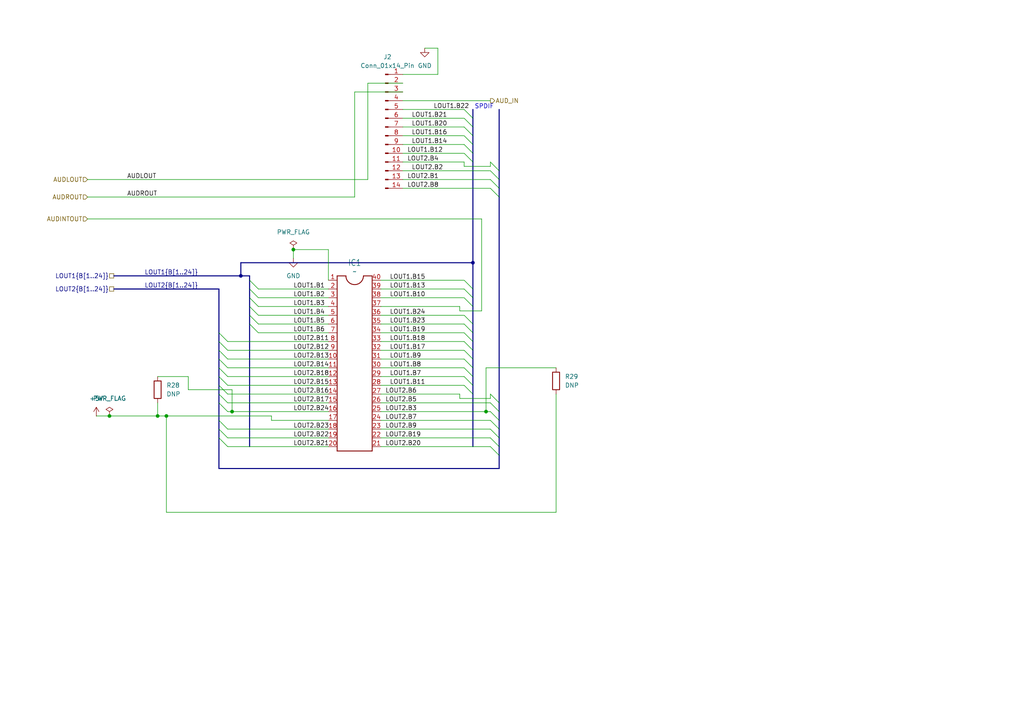
<source format=kicad_sch>
(kicad_sch
	(version 20250114)
	(generator "eeschema")
	(generator_version "9.0")
	(uuid "3e52fe32-0f8d-444f-8a4c-71cf9324a62d")
	(paper "A4")
	(lib_symbols
		(symbol "Connector:Conn_01x14_Pin"
			(pin_names
				(offset 1.016)
				(hide yes)
			)
			(exclude_from_sim no)
			(in_bom yes)
			(on_board yes)
			(property "Reference" "J"
				(at 0 17.78 0)
				(effects
					(font
						(size 1.27 1.27)
					)
				)
			)
			(property "Value" "Conn_01x14_Pin"
				(at 0 -20.32 0)
				(effects
					(font
						(size 1.27 1.27)
					)
				)
			)
			(property "Footprint" ""
				(at 0 0 0)
				(effects
					(font
						(size 1.27 1.27)
					)
					(hide yes)
				)
			)
			(property "Datasheet" "~"
				(at 0 0 0)
				(effects
					(font
						(size 1.27 1.27)
					)
					(hide yes)
				)
			)
			(property "Description" "Generic connector, single row, 01x14, script generated"
				(at 0 0 0)
				(effects
					(font
						(size 1.27 1.27)
					)
					(hide yes)
				)
			)
			(property "ki_locked" ""
				(at 0 0 0)
				(effects
					(font
						(size 1.27 1.27)
					)
				)
			)
			(property "ki_keywords" "connector"
				(at 0 0 0)
				(effects
					(font
						(size 1.27 1.27)
					)
					(hide yes)
				)
			)
			(property "ki_fp_filters" "Connector*:*_1x??_*"
				(at 0 0 0)
				(effects
					(font
						(size 1.27 1.27)
					)
					(hide yes)
				)
			)
			(symbol "Conn_01x14_Pin_1_1"
				(rectangle
					(start 0.8636 15.367)
					(end 0 15.113)
					(stroke
						(width 0.1524)
						(type default)
					)
					(fill
						(type outline)
					)
				)
				(rectangle
					(start 0.8636 12.827)
					(end 0 12.573)
					(stroke
						(width 0.1524)
						(type default)
					)
					(fill
						(type outline)
					)
				)
				(rectangle
					(start 0.8636 10.287)
					(end 0 10.033)
					(stroke
						(width 0.1524)
						(type default)
					)
					(fill
						(type outline)
					)
				)
				(rectangle
					(start 0.8636 7.747)
					(end 0 7.493)
					(stroke
						(width 0.1524)
						(type default)
					)
					(fill
						(type outline)
					)
				)
				(rectangle
					(start 0.8636 5.207)
					(end 0 4.953)
					(stroke
						(width 0.1524)
						(type default)
					)
					(fill
						(type outline)
					)
				)
				(rectangle
					(start 0.8636 2.667)
					(end 0 2.413)
					(stroke
						(width 0.1524)
						(type default)
					)
					(fill
						(type outline)
					)
				)
				(rectangle
					(start 0.8636 0.127)
					(end 0 -0.127)
					(stroke
						(width 0.1524)
						(type default)
					)
					(fill
						(type outline)
					)
				)
				(rectangle
					(start 0.8636 -2.413)
					(end 0 -2.667)
					(stroke
						(width 0.1524)
						(type default)
					)
					(fill
						(type outline)
					)
				)
				(rectangle
					(start 0.8636 -4.953)
					(end 0 -5.207)
					(stroke
						(width 0.1524)
						(type default)
					)
					(fill
						(type outline)
					)
				)
				(rectangle
					(start 0.8636 -7.493)
					(end 0 -7.747)
					(stroke
						(width 0.1524)
						(type default)
					)
					(fill
						(type outline)
					)
				)
				(rectangle
					(start 0.8636 -10.033)
					(end 0 -10.287)
					(stroke
						(width 0.1524)
						(type default)
					)
					(fill
						(type outline)
					)
				)
				(rectangle
					(start 0.8636 -12.573)
					(end 0 -12.827)
					(stroke
						(width 0.1524)
						(type default)
					)
					(fill
						(type outline)
					)
				)
				(rectangle
					(start 0.8636 -15.113)
					(end 0 -15.367)
					(stroke
						(width 0.1524)
						(type default)
					)
					(fill
						(type outline)
					)
				)
				(rectangle
					(start 0.8636 -17.653)
					(end 0 -17.907)
					(stroke
						(width 0.1524)
						(type default)
					)
					(fill
						(type outline)
					)
				)
				(polyline
					(pts
						(xy 1.27 15.24) (xy 0.8636 15.24)
					)
					(stroke
						(width 0.1524)
						(type default)
					)
					(fill
						(type none)
					)
				)
				(polyline
					(pts
						(xy 1.27 12.7) (xy 0.8636 12.7)
					)
					(stroke
						(width 0.1524)
						(type default)
					)
					(fill
						(type none)
					)
				)
				(polyline
					(pts
						(xy 1.27 10.16) (xy 0.8636 10.16)
					)
					(stroke
						(width 0.1524)
						(type default)
					)
					(fill
						(type none)
					)
				)
				(polyline
					(pts
						(xy 1.27 7.62) (xy 0.8636 7.62)
					)
					(stroke
						(width 0.1524)
						(type default)
					)
					(fill
						(type none)
					)
				)
				(polyline
					(pts
						(xy 1.27 5.08) (xy 0.8636 5.08)
					)
					(stroke
						(width 0.1524)
						(type default)
					)
					(fill
						(type none)
					)
				)
				(polyline
					(pts
						(xy 1.27 2.54) (xy 0.8636 2.54)
					)
					(stroke
						(width 0.1524)
						(type default)
					)
					(fill
						(type none)
					)
				)
				(polyline
					(pts
						(xy 1.27 0) (xy 0.8636 0)
					)
					(stroke
						(width 0.1524)
						(type default)
					)
					(fill
						(type none)
					)
				)
				(polyline
					(pts
						(xy 1.27 -2.54) (xy 0.8636 -2.54)
					)
					(stroke
						(width 0.1524)
						(type default)
					)
					(fill
						(type none)
					)
				)
				(polyline
					(pts
						(xy 1.27 -5.08) (xy 0.8636 -5.08)
					)
					(stroke
						(width 0.1524)
						(type default)
					)
					(fill
						(type none)
					)
				)
				(polyline
					(pts
						(xy 1.27 -7.62) (xy 0.8636 -7.62)
					)
					(stroke
						(width 0.1524)
						(type default)
					)
					(fill
						(type none)
					)
				)
				(polyline
					(pts
						(xy 1.27 -10.16) (xy 0.8636 -10.16)
					)
					(stroke
						(width 0.1524)
						(type default)
					)
					(fill
						(type none)
					)
				)
				(polyline
					(pts
						(xy 1.27 -12.7) (xy 0.8636 -12.7)
					)
					(stroke
						(width 0.1524)
						(type default)
					)
					(fill
						(type none)
					)
				)
				(polyline
					(pts
						(xy 1.27 -15.24) (xy 0.8636 -15.24)
					)
					(stroke
						(width 0.1524)
						(type default)
					)
					(fill
						(type none)
					)
				)
				(polyline
					(pts
						(xy 1.27 -17.78) (xy 0.8636 -17.78)
					)
					(stroke
						(width 0.1524)
						(type default)
					)
					(fill
						(type none)
					)
				)
				(pin passive line
					(at 5.08 15.24 180)
					(length 3.81)
					(name "Pin_1"
						(effects
							(font
								(size 1.27 1.27)
							)
						)
					)
					(number "1"
						(effects
							(font
								(size 1.27 1.27)
							)
						)
					)
				)
				(pin passive line
					(at 5.08 12.7 180)
					(length 3.81)
					(name "Pin_2"
						(effects
							(font
								(size 1.27 1.27)
							)
						)
					)
					(number "2"
						(effects
							(font
								(size 1.27 1.27)
							)
						)
					)
				)
				(pin passive line
					(at 5.08 10.16 180)
					(length 3.81)
					(name "Pin_3"
						(effects
							(font
								(size 1.27 1.27)
							)
						)
					)
					(number "3"
						(effects
							(font
								(size 1.27 1.27)
							)
						)
					)
				)
				(pin passive line
					(at 5.08 7.62 180)
					(length 3.81)
					(name "Pin_4"
						(effects
							(font
								(size 1.27 1.27)
							)
						)
					)
					(number "4"
						(effects
							(font
								(size 1.27 1.27)
							)
						)
					)
				)
				(pin passive line
					(at 5.08 5.08 180)
					(length 3.81)
					(name "Pin_5"
						(effects
							(font
								(size 1.27 1.27)
							)
						)
					)
					(number "5"
						(effects
							(font
								(size 1.27 1.27)
							)
						)
					)
				)
				(pin passive line
					(at 5.08 2.54 180)
					(length 3.81)
					(name "Pin_6"
						(effects
							(font
								(size 1.27 1.27)
							)
						)
					)
					(number "6"
						(effects
							(font
								(size 1.27 1.27)
							)
						)
					)
				)
				(pin passive line
					(at 5.08 0 180)
					(length 3.81)
					(name "Pin_7"
						(effects
							(font
								(size 1.27 1.27)
							)
						)
					)
					(number "7"
						(effects
							(font
								(size 1.27 1.27)
							)
						)
					)
				)
				(pin passive line
					(at 5.08 -2.54 180)
					(length 3.81)
					(name "Pin_8"
						(effects
							(font
								(size 1.27 1.27)
							)
						)
					)
					(number "8"
						(effects
							(font
								(size 1.27 1.27)
							)
						)
					)
				)
				(pin passive line
					(at 5.08 -5.08 180)
					(length 3.81)
					(name "Pin_9"
						(effects
							(font
								(size 1.27 1.27)
							)
						)
					)
					(number "9"
						(effects
							(font
								(size 1.27 1.27)
							)
						)
					)
				)
				(pin passive line
					(at 5.08 -7.62 180)
					(length 3.81)
					(name "Pin_10"
						(effects
							(font
								(size 1.27 1.27)
							)
						)
					)
					(number "10"
						(effects
							(font
								(size 1.27 1.27)
							)
						)
					)
				)
				(pin passive line
					(at 5.08 -10.16 180)
					(length 3.81)
					(name "Pin_11"
						(effects
							(font
								(size 1.27 1.27)
							)
						)
					)
					(number "11"
						(effects
							(font
								(size 1.27 1.27)
							)
						)
					)
				)
				(pin passive line
					(at 5.08 -12.7 180)
					(length 3.81)
					(name "Pin_12"
						(effects
							(font
								(size 1.27 1.27)
							)
						)
					)
					(number "12"
						(effects
							(font
								(size 1.27 1.27)
							)
						)
					)
				)
				(pin passive line
					(at 5.08 -15.24 180)
					(length 3.81)
					(name "Pin_13"
						(effects
							(font
								(size 1.27 1.27)
							)
						)
					)
					(number "13"
						(effects
							(font
								(size 1.27 1.27)
							)
						)
					)
				)
				(pin passive line
					(at 5.08 -17.78 180)
					(length 3.81)
					(name "Pin_14"
						(effects
							(font
								(size 1.27 1.27)
							)
						)
					)
					(number "14"
						(effects
							(font
								(size 1.27 1.27)
							)
						)
					)
				)
			)
			(embedded_fonts no)
		)
		(symbol "Device:R"
			(pin_numbers
				(hide yes)
			)
			(pin_names
				(offset 0)
			)
			(exclude_from_sim no)
			(in_bom yes)
			(on_board yes)
			(property "Reference" "R"
				(at 2.032 0 90)
				(effects
					(font
						(size 1.27 1.27)
					)
				)
			)
			(property "Value" "R"
				(at 0 0 90)
				(effects
					(font
						(size 1.27 1.27)
					)
				)
			)
			(property "Footprint" ""
				(at -1.778 0 90)
				(effects
					(font
						(size 1.27 1.27)
					)
					(hide yes)
				)
			)
			(property "Datasheet" "~"
				(at 0 0 0)
				(effects
					(font
						(size 1.27 1.27)
					)
					(hide yes)
				)
			)
			(property "Description" "Resistor"
				(at 0 0 0)
				(effects
					(font
						(size 1.27 1.27)
					)
					(hide yes)
				)
			)
			(property "ki_keywords" "R res resistor"
				(at 0 0 0)
				(effects
					(font
						(size 1.27 1.27)
					)
					(hide yes)
				)
			)
			(property "ki_fp_filters" "R_*"
				(at 0 0 0)
				(effects
					(font
						(size 1.27 1.27)
					)
					(hide yes)
				)
			)
			(symbol "R_0_1"
				(rectangle
					(start -1.016 -2.54)
					(end 1.016 2.54)
					(stroke
						(width 0.254)
						(type default)
					)
					(fill
						(type none)
					)
				)
			)
			(symbol "R_1_1"
				(pin passive line
					(at 0 3.81 270)
					(length 1.27)
					(name "~"
						(effects
							(font
								(size 1.27 1.27)
							)
						)
					)
					(number "1"
						(effects
							(font
								(size 1.27 1.27)
							)
						)
					)
				)
				(pin passive line
					(at 0 -3.81 90)
					(length 1.27)
					(name "~"
						(effects
							(font
								(size 1.27 1.27)
							)
						)
					)
					(number "2"
						(effects
							(font
								(size 1.27 1.27)
							)
						)
					)
				)
			)
			(embedded_fonts no)
		)
		(symbol "ic-package:DIL40"
			(exclude_from_sim no)
			(in_bom yes)
			(on_board yes)
			(property "Reference" "IC"
				(at -4.445 24.765 0)
				(effects
					(font
						(size 1.778 1.5113)
					)
					(justify left bottom)
				)
			)
			(property "Value" ""
				(at -4.445 -29.21 0)
				(effects
					(font
						(size 1.778 1.5113)
					)
					(justify left bottom)
				)
			)
			(property "Footprint" "ic-package:DIL40"
				(at 0 0 0)
				(effects
					(font
						(size 1.27 1.27)
					)
					(hide yes)
				)
			)
			(property "Datasheet" ""
				(at 0 0 0)
				(effects
					(font
						(size 1.27 1.27)
					)
					(hide yes)
				)
			)
			(property "Description" "Dual In Line"
				(at 0 0 0)
				(effects
					(font
						(size 1.27 1.27)
					)
					(hide yes)
				)
			)
			(property "ki_locked" ""
				(at 0 0 0)
				(effects
					(font
						(size 1.27 1.27)
					)
				)
			)
			(symbol "DIL40_1_0"
				(polyline
					(pts
						(xy -5.08 24.13) (xy -5.08 -26.67)
					)
					(stroke
						(width 0.254)
						(type solid)
					)
					(fill
						(type none)
					)
				)
				(polyline
					(pts
						(xy -5.08 24.13) (xy -2.54 24.13)
					)
					(stroke
						(width 0.254)
						(type solid)
					)
					(fill
						(type none)
					)
				)
				(polyline
					(pts
						(xy -5.08 -26.67) (xy 5.08 -26.67)
					)
					(stroke
						(width 0.254)
						(type solid)
					)
					(fill
						(type none)
					)
				)
				(arc
					(start 2.54 24.13)
					(mid 0 21.59)
					(end -2.54 24.13)
					(stroke
						(width 0.254)
						(type solid)
					)
					(fill
						(type none)
					)
				)
				(polyline
					(pts
						(xy 5.08 24.13) (xy 2.54 24.13)
					)
					(stroke
						(width 0.254)
						(type solid)
					)
					(fill
						(type none)
					)
				)
				(polyline
					(pts
						(xy 5.08 -26.67) (xy 5.08 24.13)
					)
					(stroke
						(width 0.254)
						(type solid)
					)
					(fill
						(type none)
					)
				)
				(pin passive line
					(at -7.62 22.86 0)
					(length 2.54)
					(name "1"
						(effects
							(font
								(size 0 0)
							)
						)
					)
					(number "1"
						(effects
							(font
								(size 1.27 1.27)
							)
						)
					)
				)
				(pin passive line
					(at -7.62 20.32 0)
					(length 2.54)
					(name "2"
						(effects
							(font
								(size 0 0)
							)
						)
					)
					(number "2"
						(effects
							(font
								(size 1.27 1.27)
							)
						)
					)
				)
				(pin passive line
					(at -7.62 17.78 0)
					(length 2.54)
					(name "3"
						(effects
							(font
								(size 0 0)
							)
						)
					)
					(number "3"
						(effects
							(font
								(size 1.27 1.27)
							)
						)
					)
				)
				(pin passive line
					(at -7.62 15.24 0)
					(length 2.54)
					(name "4"
						(effects
							(font
								(size 0 0)
							)
						)
					)
					(number "4"
						(effects
							(font
								(size 1.27 1.27)
							)
						)
					)
				)
				(pin passive line
					(at -7.62 12.7 0)
					(length 2.54)
					(name "5"
						(effects
							(font
								(size 0 0)
							)
						)
					)
					(number "5"
						(effects
							(font
								(size 1.27 1.27)
							)
						)
					)
				)
				(pin passive line
					(at -7.62 10.16 0)
					(length 2.54)
					(name "6"
						(effects
							(font
								(size 0 0)
							)
						)
					)
					(number "6"
						(effects
							(font
								(size 1.27 1.27)
							)
						)
					)
				)
				(pin passive line
					(at -7.62 7.62 0)
					(length 2.54)
					(name "7"
						(effects
							(font
								(size 0 0)
							)
						)
					)
					(number "7"
						(effects
							(font
								(size 1.27 1.27)
							)
						)
					)
				)
				(pin passive line
					(at -7.62 5.08 0)
					(length 2.54)
					(name "8"
						(effects
							(font
								(size 0 0)
							)
						)
					)
					(number "8"
						(effects
							(font
								(size 1.27 1.27)
							)
						)
					)
				)
				(pin passive line
					(at -7.62 2.54 0)
					(length 2.54)
					(name "9"
						(effects
							(font
								(size 0 0)
							)
						)
					)
					(number "9"
						(effects
							(font
								(size 1.27 1.27)
							)
						)
					)
				)
				(pin passive line
					(at -7.62 0 0)
					(length 2.54)
					(name "10"
						(effects
							(font
								(size 0 0)
							)
						)
					)
					(number "10"
						(effects
							(font
								(size 1.27 1.27)
							)
						)
					)
				)
				(pin passive line
					(at -7.62 -2.54 0)
					(length 2.54)
					(name "11"
						(effects
							(font
								(size 0 0)
							)
						)
					)
					(number "11"
						(effects
							(font
								(size 1.27 1.27)
							)
						)
					)
				)
				(pin passive line
					(at -7.62 -5.08 0)
					(length 2.54)
					(name "12"
						(effects
							(font
								(size 0 0)
							)
						)
					)
					(number "12"
						(effects
							(font
								(size 1.27 1.27)
							)
						)
					)
				)
				(pin passive line
					(at -7.62 -7.62 0)
					(length 2.54)
					(name "13"
						(effects
							(font
								(size 0 0)
							)
						)
					)
					(number "13"
						(effects
							(font
								(size 1.27 1.27)
							)
						)
					)
				)
				(pin passive line
					(at -7.62 -10.16 0)
					(length 2.54)
					(name "14"
						(effects
							(font
								(size 0 0)
							)
						)
					)
					(number "14"
						(effects
							(font
								(size 1.27 1.27)
							)
						)
					)
				)
				(pin passive line
					(at -7.62 -12.7 0)
					(length 2.54)
					(name "15"
						(effects
							(font
								(size 0 0)
							)
						)
					)
					(number "15"
						(effects
							(font
								(size 1.27 1.27)
							)
						)
					)
				)
				(pin passive line
					(at -7.62 -15.24 0)
					(length 2.54)
					(name "16"
						(effects
							(font
								(size 0 0)
							)
						)
					)
					(number "16"
						(effects
							(font
								(size 1.27 1.27)
							)
						)
					)
				)
				(pin passive line
					(at -7.62 -17.78 0)
					(length 2.54)
					(name "17"
						(effects
							(font
								(size 0 0)
							)
						)
					)
					(number "17"
						(effects
							(font
								(size 1.27 1.27)
							)
						)
					)
				)
				(pin passive line
					(at -7.62 -20.32 0)
					(length 2.54)
					(name "18"
						(effects
							(font
								(size 0 0)
							)
						)
					)
					(number "18"
						(effects
							(font
								(size 1.27 1.27)
							)
						)
					)
				)
				(pin passive line
					(at -7.62 -22.86 0)
					(length 2.54)
					(name "19"
						(effects
							(font
								(size 0 0)
							)
						)
					)
					(number "19"
						(effects
							(font
								(size 1.27 1.27)
							)
						)
					)
				)
				(pin passive line
					(at -7.62 -25.4 0)
					(length 2.54)
					(name "20"
						(effects
							(font
								(size 0 0)
							)
						)
					)
					(number "20"
						(effects
							(font
								(size 1.27 1.27)
							)
						)
					)
				)
				(pin passive line
					(at 7.62 22.86 180)
					(length 2.54)
					(name "40"
						(effects
							(font
								(size 0 0)
							)
						)
					)
					(number "40"
						(effects
							(font
								(size 1.27 1.27)
							)
						)
					)
				)
				(pin passive line
					(at 7.62 20.32 180)
					(length 2.54)
					(name "39"
						(effects
							(font
								(size 0 0)
							)
						)
					)
					(number "39"
						(effects
							(font
								(size 1.27 1.27)
							)
						)
					)
				)
				(pin passive line
					(at 7.62 17.78 180)
					(length 2.54)
					(name "38"
						(effects
							(font
								(size 0 0)
							)
						)
					)
					(number "38"
						(effects
							(font
								(size 1.27 1.27)
							)
						)
					)
				)
				(pin passive line
					(at 7.62 15.24 180)
					(length 2.54)
					(name "37"
						(effects
							(font
								(size 0 0)
							)
						)
					)
					(number "37"
						(effects
							(font
								(size 1.27 1.27)
							)
						)
					)
				)
				(pin passive line
					(at 7.62 12.7 180)
					(length 2.54)
					(name "36"
						(effects
							(font
								(size 0 0)
							)
						)
					)
					(number "36"
						(effects
							(font
								(size 1.27 1.27)
							)
						)
					)
				)
				(pin passive line
					(at 7.62 10.16 180)
					(length 2.54)
					(name "35"
						(effects
							(font
								(size 0 0)
							)
						)
					)
					(number "35"
						(effects
							(font
								(size 1.27 1.27)
							)
						)
					)
				)
				(pin passive line
					(at 7.62 7.62 180)
					(length 2.54)
					(name "34"
						(effects
							(font
								(size 0 0)
							)
						)
					)
					(number "34"
						(effects
							(font
								(size 1.27 1.27)
							)
						)
					)
				)
				(pin passive line
					(at 7.62 5.08 180)
					(length 2.54)
					(name "33"
						(effects
							(font
								(size 0 0)
							)
						)
					)
					(number "33"
						(effects
							(font
								(size 1.27 1.27)
							)
						)
					)
				)
				(pin passive line
					(at 7.62 2.54 180)
					(length 2.54)
					(name "32"
						(effects
							(font
								(size 0 0)
							)
						)
					)
					(number "32"
						(effects
							(font
								(size 1.27 1.27)
							)
						)
					)
				)
				(pin passive line
					(at 7.62 0 180)
					(length 2.54)
					(name "31"
						(effects
							(font
								(size 0 0)
							)
						)
					)
					(number "31"
						(effects
							(font
								(size 1.27 1.27)
							)
						)
					)
				)
				(pin passive line
					(at 7.62 -2.54 180)
					(length 2.54)
					(name "30"
						(effects
							(font
								(size 0 0)
							)
						)
					)
					(number "30"
						(effects
							(font
								(size 1.27 1.27)
							)
						)
					)
				)
				(pin passive line
					(at 7.62 -5.08 180)
					(length 2.54)
					(name "29"
						(effects
							(font
								(size 0 0)
							)
						)
					)
					(number "29"
						(effects
							(font
								(size 1.27 1.27)
							)
						)
					)
				)
				(pin passive line
					(at 7.62 -7.62 180)
					(length 2.54)
					(name "28"
						(effects
							(font
								(size 0 0)
							)
						)
					)
					(number "28"
						(effects
							(font
								(size 1.27 1.27)
							)
						)
					)
				)
				(pin passive line
					(at 7.62 -10.16 180)
					(length 2.54)
					(name "27"
						(effects
							(font
								(size 0 0)
							)
						)
					)
					(number "27"
						(effects
							(font
								(size 1.27 1.27)
							)
						)
					)
				)
				(pin passive line
					(at 7.62 -12.7 180)
					(length 2.54)
					(name "26"
						(effects
							(font
								(size 0 0)
							)
						)
					)
					(number "26"
						(effects
							(font
								(size 1.27 1.27)
							)
						)
					)
				)
				(pin passive line
					(at 7.62 -15.24 180)
					(length 2.54)
					(name "25"
						(effects
							(font
								(size 0 0)
							)
						)
					)
					(number "25"
						(effects
							(font
								(size 1.27 1.27)
							)
						)
					)
				)
				(pin passive line
					(at 7.62 -17.78 180)
					(length 2.54)
					(name "24"
						(effects
							(font
								(size 0 0)
							)
						)
					)
					(number "24"
						(effects
							(font
								(size 1.27 1.27)
							)
						)
					)
				)
				(pin passive line
					(at 7.62 -20.32 180)
					(length 2.54)
					(name "23"
						(effects
							(font
								(size 0 0)
							)
						)
					)
					(number "23"
						(effects
							(font
								(size 1.27 1.27)
							)
						)
					)
				)
				(pin passive line
					(at 7.62 -22.86 180)
					(length 2.54)
					(name "22"
						(effects
							(font
								(size 0 0)
							)
						)
					)
					(number "22"
						(effects
							(font
								(size 1.27 1.27)
							)
						)
					)
				)
				(pin passive line
					(at 7.62 -25.4 180)
					(length 2.54)
					(name "21"
						(effects
							(font
								(size 0 0)
							)
						)
					)
					(number "21"
						(effects
							(font
								(size 1.27 1.27)
							)
						)
					)
				)
			)
			(embedded_fonts no)
		)
		(symbol "power:+5V"
			(power)
			(pin_numbers
				(hide yes)
			)
			(pin_names
				(offset 0)
				(hide yes)
			)
			(exclude_from_sim no)
			(in_bom yes)
			(on_board yes)
			(property "Reference" "#PWR"
				(at 0 -3.81 0)
				(effects
					(font
						(size 1.27 1.27)
					)
					(hide yes)
				)
			)
			(property "Value" "+5V"
				(at 0 3.556 0)
				(effects
					(font
						(size 1.27 1.27)
					)
				)
			)
			(property "Footprint" ""
				(at 0 0 0)
				(effects
					(font
						(size 1.27 1.27)
					)
					(hide yes)
				)
			)
			(property "Datasheet" ""
				(at 0 0 0)
				(effects
					(font
						(size 1.27 1.27)
					)
					(hide yes)
				)
			)
			(property "Description" "Power symbol creates a global label with name \"+5V\""
				(at 0 0 0)
				(effects
					(font
						(size 1.27 1.27)
					)
					(hide yes)
				)
			)
			(property "ki_keywords" "global power"
				(at 0 0 0)
				(effects
					(font
						(size 1.27 1.27)
					)
					(hide yes)
				)
			)
			(symbol "+5V_0_1"
				(polyline
					(pts
						(xy -0.762 1.27) (xy 0 2.54)
					)
					(stroke
						(width 0)
						(type default)
					)
					(fill
						(type none)
					)
				)
				(polyline
					(pts
						(xy 0 2.54) (xy 0.762 1.27)
					)
					(stroke
						(width 0)
						(type default)
					)
					(fill
						(type none)
					)
				)
				(polyline
					(pts
						(xy 0 0) (xy 0 2.54)
					)
					(stroke
						(width 0)
						(type default)
					)
					(fill
						(type none)
					)
				)
			)
			(symbol "+5V_1_1"
				(pin power_in line
					(at 0 0 90)
					(length 0)
					(name "~"
						(effects
							(font
								(size 1.27 1.27)
							)
						)
					)
					(number "1"
						(effects
							(font
								(size 1.27 1.27)
							)
						)
					)
				)
			)
			(embedded_fonts no)
		)
		(symbol "power:GND"
			(power)
			(pin_numbers
				(hide yes)
			)
			(pin_names
				(offset 0)
				(hide yes)
			)
			(exclude_from_sim no)
			(in_bom yes)
			(on_board yes)
			(property "Reference" "#PWR"
				(at 0 -6.35 0)
				(effects
					(font
						(size 1.27 1.27)
					)
					(hide yes)
				)
			)
			(property "Value" "GND"
				(at 0 -3.81 0)
				(effects
					(font
						(size 1.27 1.27)
					)
				)
			)
			(property "Footprint" ""
				(at 0 0 0)
				(effects
					(font
						(size 1.27 1.27)
					)
					(hide yes)
				)
			)
			(property "Datasheet" ""
				(at 0 0 0)
				(effects
					(font
						(size 1.27 1.27)
					)
					(hide yes)
				)
			)
			(property "Description" "Power symbol creates a global label with name \"GND\" , ground"
				(at 0 0 0)
				(effects
					(font
						(size 1.27 1.27)
					)
					(hide yes)
				)
			)
			(property "ki_keywords" "global power"
				(at 0 0 0)
				(effects
					(font
						(size 1.27 1.27)
					)
					(hide yes)
				)
			)
			(symbol "GND_0_1"
				(polyline
					(pts
						(xy 0 0) (xy 0 -1.27) (xy 1.27 -1.27) (xy 0 -2.54) (xy -1.27 -1.27) (xy 0 -1.27)
					)
					(stroke
						(width 0)
						(type default)
					)
					(fill
						(type none)
					)
				)
			)
			(symbol "GND_1_1"
				(pin power_in line
					(at 0 0 270)
					(length 0)
					(name "~"
						(effects
							(font
								(size 1.27 1.27)
							)
						)
					)
					(number "1"
						(effects
							(font
								(size 1.27 1.27)
							)
						)
					)
				)
			)
			(embedded_fonts no)
		)
		(symbol "power:PWR_FLAG"
			(power)
			(pin_numbers
				(hide yes)
			)
			(pin_names
				(offset 0)
				(hide yes)
			)
			(exclude_from_sim no)
			(in_bom yes)
			(on_board yes)
			(property "Reference" "#FLG"
				(at 0 1.905 0)
				(effects
					(font
						(size 1.27 1.27)
					)
					(hide yes)
				)
			)
			(property "Value" "PWR_FLAG"
				(at 0 3.81 0)
				(effects
					(font
						(size 1.27 1.27)
					)
				)
			)
			(property "Footprint" ""
				(at 0 0 0)
				(effects
					(font
						(size 1.27 1.27)
					)
					(hide yes)
				)
			)
			(property "Datasheet" "~"
				(at 0 0 0)
				(effects
					(font
						(size 1.27 1.27)
					)
					(hide yes)
				)
			)
			(property "Description" "Special symbol for telling ERC where power comes from"
				(at 0 0 0)
				(effects
					(font
						(size 1.27 1.27)
					)
					(hide yes)
				)
			)
			(property "ki_keywords" "flag power"
				(at 0 0 0)
				(effects
					(font
						(size 1.27 1.27)
					)
					(hide yes)
				)
			)
			(symbol "PWR_FLAG_0_0"
				(pin power_out line
					(at 0 0 90)
					(length 0)
					(name "~"
						(effects
							(font
								(size 1.27 1.27)
							)
						)
					)
					(number "1"
						(effects
							(font
								(size 1.27 1.27)
							)
						)
					)
				)
			)
			(symbol "PWR_FLAG_0_1"
				(polyline
					(pts
						(xy 0 0) (xy 0 1.27) (xy -1.016 1.905) (xy 0 2.54) (xy 1.016 1.905) (xy 0 1.27)
					)
					(stroke
						(width 0)
						(type default)
					)
					(fill
						(type none)
					)
				)
			)
			(embedded_fonts no)
		)
	)
	(text "SPDIF\n"
		(exclude_from_sim no)
		(at 140.462 30.988 0)
		(effects
			(font
				(size 1.27 1.27)
			)
		)
		(uuid "bdf5216a-1031-4e65-9f90-27b7d381ca62")
	)
	(junction
		(at 85.09 72.39)
		(diameter 0)
		(color 0 0 0 0)
		(uuid "1ed64289-6c81-40b0-933e-0fa754e83a14")
	)
	(junction
		(at 48.26 120.65)
		(diameter 0)
		(color 0 0 0 0)
		(uuid "1f70c89c-7b3b-46d2-89f6-eb0c9fff615c")
	)
	(junction
		(at 67.31 119.38)
		(diameter 0)
		(color 0 0 0 0)
		(uuid "5b5160c6-32bb-4d52-8415-dcf8eefc0d69")
	)
	(junction
		(at 69.85 80.01)
		(diameter 0)
		(color 0 0 0 0)
		(uuid "6287a479-b8c2-4873-842c-0634087fdc03")
	)
	(junction
		(at 140.97 119.38)
		(diameter 0)
		(color 0 0 0 0)
		(uuid "65f267ff-d803-461f-a3ca-3ce2b63e5d07")
	)
	(junction
		(at 137.16 76.2)
		(diameter 0)
		(color 0 0 0 0)
		(uuid "697f330f-a510-4237-91b2-cd15856b75cb")
	)
	(junction
		(at 31.75 120.65)
		(diameter 0)
		(color 0 0 0 0)
		(uuid "7408d0ee-448a-47be-aa7f-504b60ec17d3")
	)
	(junction
		(at 45.72 120.65)
		(diameter 0)
		(color 0 0 0 0)
		(uuid "d207a208-5c2c-485b-acb3-a0d8d57ba789")
	)
	(bus_entry
		(at 142.24 49.53)
		(size 2.54 2.54)
		(stroke
			(width 0)
			(type default)
		)
		(uuid "050c9838-8243-4f67-ad11-abc2653b93bd")
	)
	(bus_entry
		(at 142.24 54.61)
		(size 2.54 2.54)
		(stroke
			(width 0)
			(type default)
		)
		(uuid "09cab446-24b1-4ee7-95b8-f2ab8219211b")
	)
	(bus_entry
		(at 63.5 127)
		(size 2.54 2.54)
		(stroke
			(width 0)
			(type default)
		)
		(uuid "0e572f50-b640-42ef-8515-4b6913bab623")
	)
	(bus_entry
		(at 134.62 34.29)
		(size 2.54 2.54)
		(stroke
			(width 0)
			(type default)
		)
		(uuid "14f587f4-6caa-4301-9404-78c23cf6a79d")
	)
	(bus_entry
		(at 142.24 124.46)
		(size 2.54 2.54)
		(stroke
			(width 0)
			(type default)
		)
		(uuid "153077f9-5d19-4568-a465-28fbc8fea6da")
	)
	(bus_entry
		(at 72.39 91.44)
		(size 2.54 2.54)
		(stroke
			(width 0)
			(type default)
		)
		(uuid "1be03352-0ae0-49fc-8215-978b2ed0658a")
	)
	(bus_entry
		(at 142.24 127)
		(size 2.54 2.54)
		(stroke
			(width 0)
			(type default)
		)
		(uuid "243bff0e-6a41-4b18-8781-aee9e2a4e7b5")
	)
	(bus_entry
		(at 72.39 93.98)
		(size 2.54 2.54)
		(stroke
			(width 0)
			(type default)
		)
		(uuid "2755c062-79b5-41d3-aea8-5d6c81f0e043")
	)
	(bus_entry
		(at 134.62 99.06)
		(size 2.54 2.54)
		(stroke
			(width 0)
			(type default)
		)
		(uuid "335ce8c2-cfe0-4cad-99e8-01c7cbf8b051")
	)
	(bus_entry
		(at 134.62 86.36)
		(size 2.54 2.54)
		(stroke
			(width 0)
			(type default)
		)
		(uuid "39f95e2e-6b75-4df3-b5a3-a5fecda17101")
	)
	(bus_entry
		(at 142.24 119.38)
		(size 2.54 2.54)
		(stroke
			(width 0)
			(type default)
		)
		(uuid "3c369725-c25a-4c04-98f0-5ec92ee04f76")
	)
	(bus_entry
		(at 134.62 41.91)
		(size 2.54 2.54)
		(stroke
			(width 0)
			(type default)
		)
		(uuid "40b17327-46df-41c5-b61b-ac78c63e0056")
	)
	(bus_entry
		(at 72.39 83.82)
		(size 2.54 2.54)
		(stroke
			(width 0)
			(type default)
		)
		(uuid "459e22c6-0e9f-45a2-b097-ca79e2aa7563")
	)
	(bus_entry
		(at 63.5 101.6)
		(size 2.54 2.54)
		(stroke
			(width 0)
			(type default)
		)
		(uuid "4d04998c-a34e-42cd-a563-587e57815427")
	)
	(bus_entry
		(at 63.5 121.92)
		(size 2.54 2.54)
		(stroke
			(width 0)
			(type default)
		)
		(uuid "55bde1c0-5a8a-44af-83c6-3882f0eaeb0d")
	)
	(bus_entry
		(at 134.62 104.14)
		(size 2.54 2.54)
		(stroke
			(width 0)
			(type default)
		)
		(uuid "5913b8f6-199f-4998-a8e2-2226a99ded44")
	)
	(bus_entry
		(at 134.62 96.52)
		(size 2.54 2.54)
		(stroke
			(width 0)
			(type default)
		)
		(uuid "59e3d941-85ce-4a7c-8a8b-416ec603c73e")
	)
	(bus_entry
		(at 134.62 39.37)
		(size 2.54 2.54)
		(stroke
			(width 0)
			(type default)
		)
		(uuid "5a5016d3-1196-4146-9f7b-956e25620f65")
	)
	(bus_entry
		(at 63.5 109.22)
		(size 2.54 2.54)
		(stroke
			(width 0)
			(type default)
		)
		(uuid "5be643fa-7d89-40e1-86f6-253868d14a6b")
	)
	(bus_entry
		(at 63.5 114.3)
		(size 2.54 2.54)
		(stroke
			(width 0)
			(type default)
		)
		(uuid "5e7c2e5f-1f0d-40b6-a180-64cf039070b2")
	)
	(bus_entry
		(at 142.24 116.84)
		(size 2.54 2.54)
		(stroke
			(width 0)
			(type default)
		)
		(uuid "61395f60-74af-45a7-91a7-4788dfb103c0")
	)
	(bus_entry
		(at 134.62 81.28)
		(size 2.54 2.54)
		(stroke
			(width 0)
			(type default)
		)
		(uuid "65caad60-72a7-4d96-a14e-a8108f0bc006")
	)
	(bus_entry
		(at 142.24 121.92)
		(size 2.54 2.54)
		(stroke
			(width 0)
			(type default)
		)
		(uuid "7767f52c-c30e-46a6-bdfd-36cdaecd2758")
	)
	(bus_entry
		(at 142.24 129.54)
		(size 2.54 2.54)
		(stroke
			(width 0)
			(type default)
		)
		(uuid "7f7d014a-2d6e-48f3-9b6b-6990ace70520")
	)
	(bus_entry
		(at 134.62 101.6)
		(size 2.54 2.54)
		(stroke
			(width 0)
			(type default)
		)
		(uuid "836a8a2d-dbcd-4fe9-92c1-b6cdbacda8f3")
	)
	(bus_entry
		(at 72.39 81.28)
		(size 2.54 2.54)
		(stroke
			(width 0)
			(type default)
		)
		(uuid "89216565-94df-4b9f-98a4-82e55fdcd2c5")
	)
	(bus_entry
		(at 142.24 46.99)
		(size 2.54 2.54)
		(stroke
			(width 0)
			(type default)
		)
		(uuid "939cbdcd-98c2-43bd-8b86-efb19fa50974")
	)
	(bus_entry
		(at 134.62 36.83)
		(size 2.54 2.54)
		(stroke
			(width 0)
			(type default)
		)
		(uuid "94395d14-b53d-496b-bdd0-4f2de0ceb139")
	)
	(bus_entry
		(at 72.39 88.9)
		(size 2.54 2.54)
		(stroke
			(width 0)
			(type default)
		)
		(uuid "967bc622-c685-4f98-a7e2-2efe8820a264")
	)
	(bus_entry
		(at 142.24 114.3)
		(size 2.54 2.54)
		(stroke
			(width 0)
			(type default)
		)
		(uuid "a4753edf-4657-4db5-9204-10085c04e8b3")
	)
	(bus_entry
		(at 63.5 111.76)
		(size 2.54 2.54)
		(stroke
			(width 0)
			(type default)
		)
		(uuid "a4d3b44c-754a-48c1-9d85-25d43119e784")
	)
	(bus_entry
		(at 63.5 106.68)
		(size 2.54 2.54)
		(stroke
			(width 0)
			(type default)
		)
		(uuid "ac2a21b4-c885-489b-8435-293727e13443")
	)
	(bus_entry
		(at 134.62 93.98)
		(size 2.54 2.54)
		(stroke
			(width 0)
			(type default)
		)
		(uuid "afe5f1f5-eca8-4e50-8090-d4b048e722ec")
	)
	(bus_entry
		(at 134.62 109.22)
		(size 2.54 2.54)
		(stroke
			(width 0)
			(type default)
		)
		(uuid "b5d9a62e-2ea2-430d-b5ab-416c20576200")
	)
	(bus_entry
		(at 134.62 111.76)
		(size 2.54 2.54)
		(stroke
			(width 0)
			(type default)
		)
		(uuid "b874086a-fa21-43ed-97aa-20ef6e50705a")
	)
	(bus_entry
		(at 134.62 106.68)
		(size 2.54 2.54)
		(stroke
			(width 0)
			(type default)
		)
		(uuid "bcaf71aa-1852-4072-a33b-c87c55f4e036")
	)
	(bus_entry
		(at 63.5 99.06)
		(size 2.54 2.54)
		(stroke
			(width 0)
			(type default)
		)
		(uuid "c901e74d-fe86-42ec-aaf0-4fa0d05b55db")
	)
	(bus_entry
		(at 134.62 44.45)
		(size 2.54 2.54)
		(stroke
			(width 0)
			(type default)
		)
		(uuid "ca10f46b-ed41-4ab5-8130-5c51781d94df")
	)
	(bus_entry
		(at 72.39 86.36)
		(size 2.54 2.54)
		(stroke
			(width 0)
			(type default)
		)
		(uuid "ca987206-4c20-4a53-b3a2-179baa5ff5a3")
	)
	(bus_entry
		(at 134.62 91.44)
		(size 2.54 2.54)
		(stroke
			(width 0)
			(type default)
		)
		(uuid "cb884656-260e-4bb5-85de-8923e55cb252")
	)
	(bus_entry
		(at 63.5 104.14)
		(size 2.54 2.54)
		(stroke
			(width 0)
			(type default)
		)
		(uuid "d1da8a1d-c9e4-4920-af31-6342d943f3fe")
	)
	(bus_entry
		(at 134.62 31.75)
		(size 2.54 2.54)
		(stroke
			(width 0)
			(type default)
		)
		(uuid "d2d69212-4ed9-49cd-99bd-253bb6113af0")
	)
	(bus_entry
		(at 63.5 124.46)
		(size 2.54 2.54)
		(stroke
			(width 0)
			(type default)
		)
		(uuid "d5156531-509f-4d9b-8fd9-48a8677bfba9")
	)
	(bus_entry
		(at 63.5 116.84)
		(size 2.54 2.54)
		(stroke
			(width 0)
			(type default)
		)
		(uuid "dab3ba6e-3533-48be-89c0-420da67184a7")
	)
	(bus_entry
		(at 134.62 83.82)
		(size 2.54 2.54)
		(stroke
			(width 0)
			(type default)
		)
		(uuid "e5718ede-5e32-4d53-bb3b-87c2f77d0312")
	)
	(bus_entry
		(at 142.24 52.07)
		(size 2.54 2.54)
		(stroke
			(width 0)
			(type default)
		)
		(uuid "ecb61efa-68fb-470d-9c3b-bd28b740d3bb")
	)
	(bus_entry
		(at 63.5 96.52)
		(size 2.54 2.54)
		(stroke
			(width 0)
			(type default)
		)
		(uuid "f633d68c-7db0-4281-bf23-cc62bf868564")
	)
	(wire
		(pts
			(xy 102.87 26.67) (xy 116.84 26.67)
		)
		(stroke
			(width 0)
			(type default)
		)
		(uuid "0236241e-2731-4d68-89f6-f5905efee16f")
	)
	(bus
		(pts
			(xy 63.5 124.46) (xy 63.5 127)
		)
		(stroke
			(width 0)
			(type default)
		)
		(uuid "029399e6-ca46-4235-a666-999fcae58153")
	)
	(bus
		(pts
			(xy 69.85 80.01) (xy 72.39 80.01)
		)
		(stroke
			(width 0)
			(type default)
		)
		(uuid "029630fe-2926-4778-aec9-3dafabcff4e8")
	)
	(wire
		(pts
			(xy 110.49 106.68) (xy 134.62 106.68)
		)
		(stroke
			(width 0)
			(type default)
		)
		(uuid "03561c29-05c7-4aa0-ad47-27bcd668a7fb")
	)
	(wire
		(pts
			(xy 85.09 72.39) (xy 85.09 74.93)
		)
		(stroke
			(width 0)
			(type default)
		)
		(uuid "0b1e68fe-6f45-4a8b-9467-5afa2299fc4b")
	)
	(bus
		(pts
			(xy 69.85 76.2) (xy 137.16 76.2)
		)
		(stroke
			(width 0)
			(type default)
		)
		(uuid "0b821a19-6907-4548-81bc-63380d8f14c6")
	)
	(bus
		(pts
			(xy 137.16 114.3) (xy 137.16 129.54)
		)
		(stroke
			(width 0)
			(type default)
		)
		(uuid "0c06b78e-622c-46d4-a94e-40d53783f648")
	)
	(wire
		(pts
			(xy 140.97 106.68) (xy 140.97 119.38)
		)
		(stroke
			(width 0)
			(type default)
		)
		(uuid "14e6e2f0-20e2-4292-b4ed-0924ba2f08d4")
	)
	(bus
		(pts
			(xy 72.39 86.36) (xy 72.39 88.9)
		)
		(stroke
			(width 0)
			(type default)
		)
		(uuid "151147df-5d0c-4281-ba80-0f32bf91d11e")
	)
	(wire
		(pts
			(xy 110.49 104.14) (xy 134.62 104.14)
		)
		(stroke
			(width 0)
			(type default)
		)
		(uuid "15e2b927-5703-4e34-b25a-2448c74ace7c")
	)
	(wire
		(pts
			(xy 95.25 81.28) (xy 95.25 72.39)
		)
		(stroke
			(width 0)
			(type default)
		)
		(uuid "16c1d50b-b7cb-403e-be4b-3e8e2f0e6c06")
	)
	(wire
		(pts
			(xy 110.49 121.92) (xy 142.24 121.92)
		)
		(stroke
			(width 0)
			(type default)
		)
		(uuid "17629188-54d5-46bc-9efc-da86b30c0e8a")
	)
	(wire
		(pts
			(xy 127 21.59) (xy 127 13.97)
		)
		(stroke
			(width 0)
			(type default)
		)
		(uuid "18f66858-ea82-47ae-918c-a9a9054466d9")
	)
	(wire
		(pts
			(xy 110.49 111.76) (xy 134.62 111.76)
		)
		(stroke
			(width 0)
			(type default)
		)
		(uuid "1aacca5e-148e-4724-88d9-a331511d8fd4")
	)
	(bus
		(pts
			(xy 137.16 34.29) (xy 137.16 36.83)
		)
		(stroke
			(width 0)
			(type default)
		)
		(uuid "1c4594a6-0e41-45b7-a0a6-e2612890502b")
	)
	(bus
		(pts
			(xy 144.78 127) (xy 144.78 129.54)
		)
		(stroke
			(width 0)
			(type default)
		)
		(uuid "1ff5fc7c-c5fa-49e1-bae1-0b3d356ca21c")
	)
	(wire
		(pts
			(xy 110.49 88.9) (xy 133.35 88.9)
		)
		(stroke
			(width 0)
			(type default)
		)
		(uuid "2006c9af-6aa2-4b4c-8975-da98b1c774f3")
	)
	(bus
		(pts
			(xy 33.02 80.01) (xy 69.85 80.01)
		)
		(stroke
			(width 0)
			(type default)
		)
		(uuid "202d6e19-ffa7-46f1-907b-d5f4341b8b9d")
	)
	(wire
		(pts
			(xy 106.68 24.13) (xy 116.84 24.13)
		)
		(stroke
			(width 0)
			(type default)
		)
		(uuid "2262dee3-4672-4b46-b55f-1e3b8ff9f826")
	)
	(wire
		(pts
			(xy 142.24 115.57) (xy 142.24 114.3)
		)
		(stroke
			(width 0)
			(type default)
		)
		(uuid "25af294d-6157-47da-8d8a-9ce5a960c163")
	)
	(bus
		(pts
			(xy 63.5 104.14) (xy 63.5 106.68)
		)
		(stroke
			(width 0)
			(type default)
		)
		(uuid "26c26ed3-c547-43d0-9503-b41406f43743")
	)
	(bus
		(pts
			(xy 137.16 111.76) (xy 137.16 114.3)
		)
		(stroke
			(width 0)
			(type default)
		)
		(uuid "270eb08a-10f8-4e1e-85ca-7f7156c6458b")
	)
	(wire
		(pts
			(xy 54.61 109.22) (xy 45.72 109.22)
		)
		(stroke
			(width 0)
			(type default)
		)
		(uuid "279e2d97-ed97-4a76-a549-a637b3e57aad")
	)
	(bus
		(pts
			(xy 63.5 109.22) (xy 63.5 111.76)
		)
		(stroke
			(width 0)
			(type default)
		)
		(uuid "2a856bd8-9653-4ca4-94ce-62d338fa7baf")
	)
	(wire
		(pts
			(xy 78.74 120.65) (xy 78.74 121.92)
		)
		(stroke
			(width 0)
			(type default)
		)
		(uuid "2ab6cc20-823a-484d-8cfe-06bce0de893e")
	)
	(wire
		(pts
			(xy 66.04 101.6) (xy 95.25 101.6)
		)
		(stroke
			(width 0)
			(type default)
		)
		(uuid "2c06d63a-dab4-4f53-bf8e-655156578777")
	)
	(wire
		(pts
			(xy 102.87 57.15) (xy 102.87 26.67)
		)
		(stroke
			(width 0)
			(type default)
		)
		(uuid "2c7139ab-0698-41a5-a80d-58ee6ef542a5")
	)
	(wire
		(pts
			(xy 48.26 148.59) (xy 161.29 148.59)
		)
		(stroke
			(width 0)
			(type default)
		)
		(uuid "32beb692-189d-4933-8950-a2c1f6f78ad5")
	)
	(wire
		(pts
			(xy 116.84 41.91) (xy 134.62 41.91)
		)
		(stroke
			(width 0)
			(type default)
		)
		(uuid "387df8df-ebd4-4d4a-92f9-6209683ec802")
	)
	(bus
		(pts
			(xy 63.5 116.84) (xy 63.5 121.92)
		)
		(stroke
			(width 0)
			(type default)
		)
		(uuid "3a50f47c-8239-4b36-b98a-26c1b7bf44d5")
	)
	(wire
		(pts
			(xy 74.93 96.52) (xy 95.25 96.52)
		)
		(stroke
			(width 0)
			(type default)
		)
		(uuid "3c65e2a6-5920-46c5-ac48-e38488ff6246")
	)
	(wire
		(pts
			(xy 74.93 83.82) (xy 95.25 83.82)
		)
		(stroke
			(width 0)
			(type default)
		)
		(uuid "417fac57-21ae-4ab3-a27e-c9e94f2cb779")
	)
	(wire
		(pts
			(xy 45.72 116.84) (xy 45.72 120.65)
		)
		(stroke
			(width 0)
			(type default)
		)
		(uuid "42c7f8a5-c476-4bc4-81b0-59d26d639640")
	)
	(bus
		(pts
			(xy 63.5 111.76) (xy 63.5 114.3)
		)
		(stroke
			(width 0)
			(type default)
		)
		(uuid "442ccb2a-d272-4200-a435-e1e7e95bdaa0")
	)
	(bus
		(pts
			(xy 63.5 83.82) (xy 63.5 96.52)
		)
		(stroke
			(width 0)
			(type default)
		)
		(uuid "44612bbe-3d96-4e4a-8c53-8ee3de8edc6f")
	)
	(bus
		(pts
			(xy 137.16 76.2) (xy 137.16 83.82)
		)
		(stroke
			(width 0)
			(type default)
		)
		(uuid "4618e9cd-50a3-4ecb-9e0a-9e542ab218eb")
	)
	(bus
		(pts
			(xy 137.16 109.22) (xy 137.16 111.76)
		)
		(stroke
			(width 0)
			(type default)
		)
		(uuid "494d50a4-5875-40b4-8cbd-f2b93ef89e52")
	)
	(wire
		(pts
			(xy 66.04 116.84) (xy 95.25 116.84)
		)
		(stroke
			(width 0)
			(type default)
		)
		(uuid "495fe3e3-de88-4cbc-bf0c-15867145ce21")
	)
	(wire
		(pts
			(xy 78.74 121.92) (xy 95.25 121.92)
		)
		(stroke
			(width 0)
			(type default)
		)
		(uuid "4bd1430a-fe7d-42be-b876-d69e2d978aa0")
	)
	(wire
		(pts
			(xy 25.4 52.07) (xy 106.68 52.07)
		)
		(stroke
			(width 0)
			(type default)
		)
		(uuid "4cdc2726-6f17-461f-b875-2052ff95b42e")
	)
	(wire
		(pts
			(xy 110.49 109.22) (xy 134.62 109.22)
		)
		(stroke
			(width 0)
			(type default)
		)
		(uuid "4d8cdff2-89e4-4527-932c-5c8a3d1e3942")
	)
	(bus
		(pts
			(xy 137.16 44.45) (xy 137.16 46.99)
		)
		(stroke
			(width 0)
			(type default)
		)
		(uuid "4f090892-3af1-41bb-8f1b-a13a91131141")
	)
	(bus
		(pts
			(xy 137.16 36.83) (xy 137.16 39.37)
		)
		(stroke
			(width 0)
			(type default)
		)
		(uuid "504c8e4c-0ceb-47cb-9d6d-4be1a706d6bd")
	)
	(wire
		(pts
			(xy 74.93 88.9) (xy 95.25 88.9)
		)
		(stroke
			(width 0)
			(type default)
		)
		(uuid "52a40d22-96d8-4ce1-80f1-0dfbfffac197")
	)
	(wire
		(pts
			(xy 116.84 36.83) (xy 134.62 36.83)
		)
		(stroke
			(width 0)
			(type default)
		)
		(uuid "53f395d5-e0b7-428b-943e-7abd9f7a1466")
	)
	(wire
		(pts
			(xy 110.49 119.38) (xy 140.97 119.38)
		)
		(stroke
			(width 0)
			(type default)
		)
		(uuid "5467da68-ac2e-480b-b2b5-5c9e0c99d9bc")
	)
	(wire
		(pts
			(xy 110.49 91.44) (xy 134.62 91.44)
		)
		(stroke
			(width 0)
			(type default)
		)
		(uuid "55474689-c12b-409d-af88-867865197a51")
	)
	(wire
		(pts
			(xy 110.49 129.54) (xy 142.24 129.54)
		)
		(stroke
			(width 0)
			(type default)
		)
		(uuid "57899e11-2e2e-4d5f-9ec4-3c3a4f7a3a4c")
	)
	(bus
		(pts
			(xy 137.16 86.36) (xy 137.16 88.9)
		)
		(stroke
			(width 0)
			(type default)
		)
		(uuid "5a32554f-360c-40bb-9cca-9b4f2cd8b251")
	)
	(wire
		(pts
			(xy 116.84 39.37) (xy 134.62 39.37)
		)
		(stroke
			(width 0)
			(type default)
		)
		(uuid "5c3a6245-094d-4741-ac5e-6122e4c55d90")
	)
	(wire
		(pts
			(xy 66.04 109.22) (xy 95.25 109.22)
		)
		(stroke
			(width 0)
			(type default)
		)
		(uuid "5e672835-f430-4e01-82ad-08e403fff7e8")
	)
	(wire
		(pts
			(xy 142.24 48.26) (xy 142.24 46.99)
		)
		(stroke
			(width 0)
			(type default)
		)
		(uuid "5ea7b789-4047-4ebd-8a0b-bdbee57b2e57")
	)
	(wire
		(pts
			(xy 133.35 88.9) (xy 133.35 90.17)
		)
		(stroke
			(width 0)
			(type default)
		)
		(uuid "6187d263-296b-4ed9-b36b-f779d41f3f6c")
	)
	(wire
		(pts
			(xy 67.31 113.03) (xy 54.61 113.03)
		)
		(stroke
			(width 0)
			(type default)
		)
		(uuid "633c1e96-de24-4bac-b5df-8f9c5d87433e")
	)
	(wire
		(pts
			(xy 116.84 44.45) (xy 134.62 44.45)
		)
		(stroke
			(width 0)
			(type default)
		)
		(uuid "641e7079-823a-4fb5-8b34-33a9ab39de04")
	)
	(wire
		(pts
			(xy 110.49 81.28) (xy 134.62 81.28)
		)
		(stroke
			(width 0)
			(type default)
		)
		(uuid "674039bc-6dc3-40dc-9b4a-e2793bdbad2e")
	)
	(bus
		(pts
			(xy 144.78 52.07) (xy 144.78 54.61)
		)
		(stroke
			(width 0)
			(type default)
		)
		(uuid "6855bdf3-f0bd-416b-9174-7bd01dfd1dec")
	)
	(wire
		(pts
			(xy 116.84 29.21) (xy 142.24 29.21)
		)
		(stroke
			(width 0)
			(type default)
		)
		(uuid "6878ff61-257c-4b92-a3d8-718c67a680c7")
	)
	(bus
		(pts
			(xy 137.16 41.91) (xy 137.16 44.45)
		)
		(stroke
			(width 0)
			(type default)
		)
		(uuid "68e690de-1b89-493c-b9a8-33741b682058")
	)
	(wire
		(pts
			(xy 110.49 127) (xy 142.24 127)
		)
		(stroke
			(width 0)
			(type default)
		)
		(uuid "6997c82e-1367-4259-b716-f900bf1c0e7c")
	)
	(wire
		(pts
			(xy 116.84 34.29) (xy 134.62 34.29)
		)
		(stroke
			(width 0)
			(type default)
		)
		(uuid "6b96faad-5995-430e-9609-aacd1220c4ff")
	)
	(bus
		(pts
			(xy 137.16 106.68) (xy 137.16 109.22)
		)
		(stroke
			(width 0)
			(type default)
		)
		(uuid "6fcc7603-2a45-4cb9-a721-dac1179f107f")
	)
	(wire
		(pts
			(xy 110.49 99.06) (xy 134.62 99.06)
		)
		(stroke
			(width 0)
			(type default)
		)
		(uuid "70348d11-87f6-4c9e-a3f2-47d5f700ebea")
	)
	(wire
		(pts
			(xy 123.19 13.97) (xy 127 13.97)
		)
		(stroke
			(width 0)
			(type default)
		)
		(uuid "70c07431-adba-4831-814f-032da9d4602e")
	)
	(bus
		(pts
			(xy 63.5 99.06) (xy 63.5 101.6)
		)
		(stroke
			(width 0)
			(type default)
		)
		(uuid "744310cc-3f13-4842-a083-5f773ef5fe3c")
	)
	(wire
		(pts
			(xy 66.04 129.54) (xy 95.25 129.54)
		)
		(stroke
			(width 0)
			(type default)
		)
		(uuid "74faccba-0c76-44b1-a655-a4b94e8103aa")
	)
	(wire
		(pts
			(xy 45.72 120.65) (xy 48.26 120.65)
		)
		(stroke
			(width 0)
			(type default)
		)
		(uuid "7550b06f-880c-45d1-9eca-2420909518ec")
	)
	(wire
		(pts
			(xy 161.29 148.59) (xy 161.29 114.3)
		)
		(stroke
			(width 0)
			(type default)
		)
		(uuid "75e605d8-4921-4e5f-aea7-94e5a3d1f6e2")
	)
	(bus
		(pts
			(xy 137.16 83.82) (xy 137.16 86.36)
		)
		(stroke
			(width 0)
			(type default)
		)
		(uuid "77be0005-10b3-4278-8d80-4ce983d6e8ef")
	)
	(wire
		(pts
			(xy 67.31 113.03) (xy 67.31 119.38)
		)
		(stroke
			(width 0)
			(type default)
		)
		(uuid "77e027aa-3e6f-4896-b81e-3969360c8aa5")
	)
	(wire
		(pts
			(xy 116.84 52.07) (xy 142.24 52.07)
		)
		(stroke
			(width 0)
			(type default)
		)
		(uuid "7886b270-5422-412d-a660-b65e835ed70b")
	)
	(wire
		(pts
			(xy 74.93 91.44) (xy 95.25 91.44)
		)
		(stroke
			(width 0)
			(type default)
		)
		(uuid "79593310-71b7-4216-ae1b-9a89688534ae")
	)
	(wire
		(pts
			(xy 116.84 31.75) (xy 134.62 31.75)
		)
		(stroke
			(width 0)
			(type default)
		)
		(uuid "7c614f3e-bcfc-414f-b382-9dd09f74d80c")
	)
	(wire
		(pts
			(xy 74.93 93.98) (xy 95.25 93.98)
		)
		(stroke
			(width 0)
			(type default)
		)
		(uuid "7efaab7e-cb2d-4926-8abf-72946731f288")
	)
	(bus
		(pts
			(xy 63.5 106.68) (xy 63.5 109.22)
		)
		(stroke
			(width 0)
			(type default)
		)
		(uuid "806c6993-4761-4b1f-bb93-8838c619b885")
	)
	(wire
		(pts
			(xy 133.35 90.17) (xy 139.7 90.17)
		)
		(stroke
			(width 0)
			(type default)
		)
		(uuid "81a6e368-fffe-4273-becd-a0cbab401645")
	)
	(bus
		(pts
			(xy 137.16 99.06) (xy 137.16 101.6)
		)
		(stroke
			(width 0)
			(type default)
		)
		(uuid "8477f76f-7d28-4464-94da-e65ba4689207")
	)
	(bus
		(pts
			(xy 144.78 49.53) (xy 144.78 52.07)
		)
		(stroke
			(width 0)
			(type default)
		)
		(uuid "88b38c0d-8b4a-49f9-a52b-cb67b0b6ae42")
	)
	(bus
		(pts
			(xy 144.78 57.15) (xy 144.78 116.84)
		)
		(stroke
			(width 0)
			(type default)
		)
		(uuid "8a354da6-b031-451f-8685-f4f7de3f2119")
	)
	(wire
		(pts
			(xy 66.04 119.38) (xy 67.31 119.38)
		)
		(stroke
			(width 0)
			(type default)
		)
		(uuid "8b0bfe03-40b2-41a3-8cd9-a7a54fecf0fc")
	)
	(bus
		(pts
			(xy 72.39 91.44) (xy 72.39 93.98)
		)
		(stroke
			(width 0)
			(type default)
		)
		(uuid "8f5f7b68-c1c3-4f68-9210-ad3804a2e03c")
	)
	(bus
		(pts
			(xy 144.78 119.38) (xy 144.78 121.92)
		)
		(stroke
			(width 0)
			(type default)
		)
		(uuid "932d05d3-4ad5-48f6-afe1-3fb39a2a13b2")
	)
	(bus
		(pts
			(xy 144.78 124.46) (xy 144.78 127)
		)
		(stroke
			(width 0)
			(type default)
		)
		(uuid "941d4dee-6e8c-46d6-b71f-7953b4f82bcf")
	)
	(bus
		(pts
			(xy 72.39 80.01) (xy 72.39 81.28)
		)
		(stroke
			(width 0)
			(type default)
		)
		(uuid "951d0199-0cca-4146-82c7-b2816daa390e")
	)
	(wire
		(pts
			(xy 66.04 99.06) (xy 95.25 99.06)
		)
		(stroke
			(width 0)
			(type default)
		)
		(uuid "9889dfe2-2b20-459f-b2dc-84817f76ad53")
	)
	(wire
		(pts
			(xy 66.04 124.46) (xy 95.25 124.46)
		)
		(stroke
			(width 0)
			(type default)
		)
		(uuid "9a442592-2a16-4756-9407-d32d75033a15")
	)
	(wire
		(pts
			(xy 110.49 83.82) (xy 134.62 83.82)
		)
		(stroke
			(width 0)
			(type default)
		)
		(uuid "9c8bef3b-2a20-4802-8d6e-31a5c2bb9a86")
	)
	(wire
		(pts
			(xy 66.04 114.3) (xy 95.25 114.3)
		)
		(stroke
			(width 0)
			(type default)
		)
		(uuid "9cc5fe90-84e2-40b3-bbec-340e209ad3ff")
	)
	(bus
		(pts
			(xy 63.5 101.6) (xy 63.5 104.14)
		)
		(stroke
			(width 0)
			(type default)
		)
		(uuid "9e7e977a-9e4b-4aba-8d91-f80d3972a3ac")
	)
	(bus
		(pts
			(xy 137.16 31.75) (xy 137.16 34.29)
		)
		(stroke
			(width 0)
			(type default)
		)
		(uuid "9eb09b45-ac62-49df-9b13-5f49e29d84c9")
	)
	(bus
		(pts
			(xy 63.5 96.52) (xy 63.5 99.06)
		)
		(stroke
			(width 0)
			(type default)
		)
		(uuid "9f9b2d8d-677c-4acf-9de2-887313f2915a")
	)
	(bus
		(pts
			(xy 33.02 83.82) (xy 63.5 83.82)
		)
		(stroke
			(width 0)
			(type default)
		)
		(uuid "a12450dc-1979-455b-ab4c-e2cfb6ed0748")
	)
	(wire
		(pts
			(xy 27.94 120.65) (xy 31.75 120.65)
		)
		(stroke
			(width 0)
			(type default)
		)
		(uuid "a1754447-8867-45ab-a843-96e402b0ae89")
	)
	(bus
		(pts
			(xy 137.16 96.52) (xy 137.16 99.06)
		)
		(stroke
			(width 0)
			(type default)
		)
		(uuid "a329e731-5e97-4fcb-ae48-b922a6b16e21")
	)
	(wire
		(pts
			(xy 140.97 119.38) (xy 142.24 119.38)
		)
		(stroke
			(width 0)
			(type default)
		)
		(uuid "a39c4151-66f9-4184-906e-f45041b87496")
	)
	(bus
		(pts
			(xy 144.78 31.75) (xy 144.78 49.53)
		)
		(stroke
			(width 0)
			(type default)
		)
		(uuid "a4988af2-8309-4c1e-a2f2-a7f5b22038bf")
	)
	(bus
		(pts
			(xy 72.39 83.82) (xy 72.39 86.36)
		)
		(stroke
			(width 0)
			(type default)
		)
		(uuid "a4a56146-bdec-4172-868d-a6dd7d4de36d")
	)
	(wire
		(pts
			(xy 66.04 127) (xy 95.25 127)
		)
		(stroke
			(width 0)
			(type default)
		)
		(uuid "a5ae62e4-e741-4cbc-b1c1-f71524313022")
	)
	(bus
		(pts
			(xy 63.5 121.92) (xy 63.5 124.46)
		)
		(stroke
			(width 0)
			(type default)
		)
		(uuid "a6614cab-5830-4a5f-a353-681090b2b752")
	)
	(wire
		(pts
			(xy 66.04 104.14) (xy 95.25 104.14)
		)
		(stroke
			(width 0)
			(type default)
		)
		(uuid "a735ffd4-e22c-4669-87e1-7a589bcef40d")
	)
	(bus
		(pts
			(xy 72.39 88.9) (xy 72.39 91.44)
		)
		(stroke
			(width 0)
			(type default)
		)
		(uuid "a8ad35f8-65cd-4f7e-9cd0-e6265d6e3e3e")
	)
	(wire
		(pts
			(xy 161.29 106.68) (xy 140.97 106.68)
		)
		(stroke
			(width 0)
			(type default)
		)
		(uuid "a9a0388d-3ae0-4345-b398-5b6d325d9f38")
	)
	(wire
		(pts
			(xy 106.68 52.07) (xy 106.68 24.13)
		)
		(stroke
			(width 0)
			(type default)
		)
		(uuid "ab2312ae-c47f-4215-8f35-787312476727")
	)
	(wire
		(pts
			(xy 110.49 93.98) (xy 134.62 93.98)
		)
		(stroke
			(width 0)
			(type default)
		)
		(uuid "aedcc25e-1802-4b1f-8177-467292361bb7")
	)
	(wire
		(pts
			(xy 48.26 120.65) (xy 78.74 120.65)
		)
		(stroke
			(width 0)
			(type default)
		)
		(uuid "af2d9f25-1bdf-4d17-a860-e55aec87f3b7")
	)
	(wire
		(pts
			(xy 66.04 111.76) (xy 95.25 111.76)
		)
		(stroke
			(width 0)
			(type default)
		)
		(uuid "b046ae7a-050d-4313-b13f-cd614355e2a9")
	)
	(bus
		(pts
			(xy 137.16 104.14) (xy 137.16 106.68)
		)
		(stroke
			(width 0)
			(type default)
		)
		(uuid "b255bbd9-7020-407d-ac73-6442e4eea476")
	)
	(wire
		(pts
			(xy 134.62 46.99) (xy 134.62 48.26)
		)
		(stroke
			(width 0)
			(type default)
		)
		(uuid "b29636f1-fa45-4963-b38f-68dc899e0841")
	)
	(wire
		(pts
			(xy 66.04 106.68) (xy 95.25 106.68)
		)
		(stroke
			(width 0)
			(type default)
		)
		(uuid "b4ee5c74-8c13-492e-a829-ef199ceceb4c")
	)
	(bus
		(pts
			(xy 137.16 93.98) (xy 137.16 96.52)
		)
		(stroke
			(width 0)
			(type default)
		)
		(uuid "b5879cd0-bddc-411a-a3cc-2ab16d25313b")
	)
	(bus
		(pts
			(xy 137.16 39.37) (xy 137.16 41.91)
		)
		(stroke
			(width 0)
			(type default)
		)
		(uuid "b659bcf7-06f1-4a34-b4a5-5246a0234556")
	)
	(wire
		(pts
			(xy 116.84 54.61) (xy 142.24 54.61)
		)
		(stroke
			(width 0)
			(type default)
		)
		(uuid "b73bd231-5cd7-4173-bef2-6bf4a1f609a2")
	)
	(wire
		(pts
			(xy 116.84 49.53) (xy 142.24 49.53)
		)
		(stroke
			(width 0)
			(type default)
		)
		(uuid "b9ef9b64-5127-4bbe-899f-249385ab8c25")
	)
	(bus
		(pts
			(xy 137.16 101.6) (xy 137.16 104.14)
		)
		(stroke
			(width 0)
			(type default)
		)
		(uuid "bd71db80-247e-4a6d-9858-888ae41c6409")
	)
	(wire
		(pts
			(xy 133.35 114.3) (xy 133.35 115.57)
		)
		(stroke
			(width 0)
			(type default)
		)
		(uuid "c1a97e46-57bc-4ae1-83f5-d3f0296d25e9")
	)
	(wire
		(pts
			(xy 134.62 48.26) (xy 142.24 48.26)
		)
		(stroke
			(width 0)
			(type default)
		)
		(uuid "c5794f65-7a9f-4d7f-9ad1-ad28de755cd5")
	)
	(bus
		(pts
			(xy 144.78 121.92) (xy 144.78 124.46)
		)
		(stroke
			(width 0)
			(type default)
		)
		(uuid "c64bc8de-1c57-47cb-bfcc-790874ff154c")
	)
	(bus
		(pts
			(xy 69.85 80.01) (xy 69.85 76.2)
		)
		(stroke
			(width 0)
			(type default)
		)
		(uuid "c64ef368-efbb-4ee4-aaf4-8594f0c2d05a")
	)
	(wire
		(pts
			(xy 48.26 120.65) (xy 48.26 148.59)
		)
		(stroke
			(width 0)
			(type default)
		)
		(uuid "ccf673d6-acd9-45b8-8518-7474a1617c4e")
	)
	(wire
		(pts
			(xy 110.49 124.46) (xy 142.24 124.46)
		)
		(stroke
			(width 0)
			(type default)
		)
		(uuid "cdedb996-126e-416c-bb48-f5839d2f21f3")
	)
	(bus
		(pts
			(xy 63.5 114.3) (xy 63.5 116.84)
		)
		(stroke
			(width 0)
			(type default)
		)
		(uuid "d0db201d-3e07-431f-9bb1-f52c8a6ab512")
	)
	(wire
		(pts
			(xy 67.31 119.38) (xy 95.25 119.38)
		)
		(stroke
			(width 0)
			(type default)
		)
		(uuid "d1d08be7-1e58-4c4a-b927-ee0df94d0b83")
	)
	(bus
		(pts
			(xy 63.5 127) (xy 63.5 135.89)
		)
		(stroke
			(width 0)
			(type default)
		)
		(uuid "d38b834d-fa75-4ae7-a99a-03d3023a94d4")
	)
	(bus
		(pts
			(xy 144.78 116.84) (xy 144.78 119.38)
		)
		(stroke
			(width 0)
			(type default)
		)
		(uuid "d6614b8e-1a81-4d76-aaff-d5e948d2cd78")
	)
	(bus
		(pts
			(xy 137.16 46.99) (xy 137.16 76.2)
		)
		(stroke
			(width 0)
			(type default)
		)
		(uuid "d70525a3-1ccd-47c0-893d-59f5125bf858")
	)
	(wire
		(pts
			(xy 95.25 72.39) (xy 85.09 72.39)
		)
		(stroke
			(width 0)
			(type default)
		)
		(uuid "d8c2cfd1-e843-4934-9469-5324b8176860")
	)
	(bus
		(pts
			(xy 137.16 88.9) (xy 137.16 93.98)
		)
		(stroke
			(width 0)
			(type default)
		)
		(uuid "d9d54114-19ce-459e-a531-ee8161e46393")
	)
	(wire
		(pts
			(xy 116.84 46.99) (xy 134.62 46.99)
		)
		(stroke
			(width 0)
			(type default)
		)
		(uuid "da1b1859-8899-4c29-9af1-adefa1699ec5")
	)
	(wire
		(pts
			(xy 74.93 86.36) (xy 95.25 86.36)
		)
		(stroke
			(width 0)
			(type default)
		)
		(uuid "dac88a11-29f1-4a34-a57d-0ee8e691704e")
	)
	(wire
		(pts
			(xy 110.49 114.3) (xy 133.35 114.3)
		)
		(stroke
			(width 0)
			(type default)
		)
		(uuid "dd356a46-04d2-4d2d-af20-2ad1c7934ac9")
	)
	(wire
		(pts
			(xy 54.61 113.03) (xy 54.61 109.22)
		)
		(stroke
			(width 0)
			(type default)
		)
		(uuid "de0c2751-5cb6-42ea-84c0-0c73d3ca036c")
	)
	(wire
		(pts
			(xy 25.4 63.5) (xy 139.7 63.5)
		)
		(stroke
			(width 0)
			(type default)
		)
		(uuid "dfe94278-66fe-43da-9dcc-d4ce7b69866e")
	)
	(bus
		(pts
			(xy 144.78 132.08) (xy 144.78 135.89)
		)
		(stroke
			(width 0)
			(type default)
		)
		(uuid "e6bd0f17-c1fe-4bad-8330-13cac1654bf4")
	)
	(wire
		(pts
			(xy 110.49 86.36) (xy 134.62 86.36)
		)
		(stroke
			(width 0)
			(type default)
		)
		(uuid "ea2ec5bd-ff1e-411f-ba94-371ab1fc273e")
	)
	(wire
		(pts
			(xy 110.49 96.52) (xy 134.62 96.52)
		)
		(stroke
			(width 0)
			(type default)
		)
		(uuid "ea2f8e86-0185-42d2-bb45-b5718509a62f")
	)
	(wire
		(pts
			(xy 139.7 63.5) (xy 139.7 90.17)
		)
		(stroke
			(width 0)
			(type default)
		)
		(uuid "eae0762b-6d2d-4887-90f5-ead3b6cbbb05")
	)
	(bus
		(pts
			(xy 72.39 93.98) (xy 72.39 129.54)
		)
		(stroke
			(width 0)
			(type default)
		)
		(uuid "ebaf45cb-33fb-4151-bdc2-5c07bee0479c")
	)
	(bus
		(pts
			(xy 144.78 129.54) (xy 144.78 132.08)
		)
		(stroke
			(width 0)
			(type default)
		)
		(uuid "ed960d05-ecc8-4691-8c2b-d728ca66bf8c")
	)
	(wire
		(pts
			(xy 110.49 116.84) (xy 142.24 116.84)
		)
		(stroke
			(width 0)
			(type default)
		)
		(uuid "edbc53f3-c9fc-450d-b826-8e6f9b9a82cf")
	)
	(bus
		(pts
			(xy 72.39 81.28) (xy 72.39 83.82)
		)
		(stroke
			(width 0)
			(type default)
		)
		(uuid "ef254fd4-5d48-4782-ab0a-942d8785622d")
	)
	(wire
		(pts
			(xy 110.49 101.6) (xy 134.62 101.6)
		)
		(stroke
			(width 0)
			(type default)
		)
		(uuid "f189f1fa-5055-4487-9d06-95e626479b04")
	)
	(bus
		(pts
			(xy 144.78 54.61) (xy 144.78 57.15)
		)
		(stroke
			(width 0)
			(type default)
		)
		(uuid "f89d4e25-001d-40c7-9ee0-780c0282d87a")
	)
	(bus
		(pts
			(xy 63.5 135.89) (xy 144.78 135.89)
		)
		(stroke
			(width 0)
			(type default)
		)
		(uuid "f8a6847f-59cb-4d89-afe2-0810c34c1459")
	)
	(wire
		(pts
			(xy 116.84 21.59) (xy 127 21.59)
		)
		(stroke
			(width 0)
			(type default)
		)
		(uuid "f950fb60-c372-4fe4-89c8-1fe9819dd294")
	)
	(wire
		(pts
			(xy 31.75 120.65) (xy 45.72 120.65)
		)
		(stroke
			(width 0)
			(type default)
		)
		(uuid "f9e13fe1-e031-4bdc-a930-3cb868a99707")
	)
	(wire
		(pts
			(xy 25.4 57.15) (xy 102.87 57.15)
		)
		(stroke
			(width 0)
			(type default)
		)
		(uuid "fbcfdf5d-d008-46ce-9214-112cc14894d6")
	)
	(wire
		(pts
			(xy 133.35 115.57) (xy 142.24 115.57)
		)
		(stroke
			(width 0)
			(type default)
		)
		(uuid "febbfeaa-9bff-43e3-8747-583b56881bbf")
	)
	(label "LOUT2.B3"
		(at 111.76 119.38 0)
		(effects
			(font
				(size 1.27 1.27)
			)
			(justify left bottom)
		)
		(uuid "18775586-b5ee-4bc7-a588-64a5ec345626")
	)
	(label "LOUT2.B2"
		(at 119.38 49.53 0)
		(effects
			(font
				(size 1.27 1.27)
			)
			(justify left bottom)
		)
		(uuid "1f2002f2-d775-4913-86a2-04b500553025")
	)
	(label "LOUT1{B[1..24]}"
		(at 41.91 80.01 0)
		(effects
			(font
				(size 1.27 1.27)
			)
			(justify left bottom)
		)
		(uuid "20a01af7-208d-4eb3-8e92-b03d66f75dd3")
	)
	(label "LOUT1.B11"
		(at 113.03 111.76 0)
		(effects
			(font
				(size 1.27 1.27)
			)
			(justify left bottom)
		)
		(uuid "223d6765-eb67-45e9-bb7f-fb8fdb806317")
	)
	(label "LOUT2.B5"
		(at 111.76 116.84 0)
		(effects
			(font
				(size 1.27 1.27)
			)
			(justify left bottom)
		)
		(uuid "24736d06-7ca4-4dc9-b13d-e349e65224f4")
	)
	(label "LOUT2.B24"
		(at 85.09 119.38 0)
		(effects
			(font
				(size 1.27 1.27)
			)
			(justify left bottom)
		)
		(uuid "28be6309-ea30-4169-bba7-24d9881f1a86")
	)
	(label "LOUT1.B5"
		(at 85.09 93.98 0)
		(effects
			(font
				(size 1.27 1.27)
			)
			(justify left bottom)
		)
		(uuid "2a821677-5343-46be-a88f-312032da786f")
	)
	(label "LOUT2.B22"
		(at 85.09 127 0)
		(effects
			(font
				(size 1.27 1.27)
			)
			(justify left bottom)
		)
		(uuid "2a8a55d8-b0ec-4f7e-81a0-6d9e5a98e10b")
	)
	(label "LOUT2{B[1..24]}"
		(at 41.91 83.82 0)
		(effects
			(font
				(size 1.27 1.27)
			)
			(justify left bottom)
		)
		(uuid "2bcadc60-00d9-4997-85cc-9b3ac67976fb")
	)
	(label "LOUT1.B16"
		(at 119.38 39.37 0)
		(effects
			(font
				(size 1.27 1.27)
			)
			(justify left bottom)
		)
		(uuid "312fd479-7bcb-4ccb-b035-d526ca20de17")
	)
	(label "LOUT2.B14"
		(at 85.09 106.68 0)
		(effects
			(font
				(size 1.27 1.27)
			)
			(justify left bottom)
		)
		(uuid "316ded76-3563-438c-9932-8e90e3aeb937")
	)
	(label "AUDLOUT"
		(at 36.83 52.07 0)
		(effects
			(font
				(size 1.27 1.27)
			)
			(justify left bottom)
		)
		(uuid "35e01791-9bd4-4b26-a9c8-a600113467cb")
	)
	(label "LOUT2.B18"
		(at 85.09 109.22 0)
		(effects
			(font
				(size 1.27 1.27)
			)
			(justify left bottom)
		)
		(uuid "35f25622-7a78-44ae-9a31-18ba4e913e08")
	)
	(label "LOUT2.B16"
		(at 85.09 114.3 0)
		(effects
			(font
				(size 1.27 1.27)
			)
			(justify left bottom)
		)
		(uuid "3cbc145f-37f4-4148-9510-cbaf85277b62")
	)
	(label "LOUT2.B4"
		(at 118.11 46.99 0)
		(effects
			(font
				(size 1.27 1.27)
			)
			(justify left bottom)
		)
		(uuid "4463aa3f-945d-41ea-ae14-bcc50ac5c47c")
	)
	(label "LOUT1.B15"
		(at 113.03 81.28 0)
		(effects
			(font
				(size 1.27 1.27)
			)
			(justify left bottom)
		)
		(uuid "4aa69541-c4c2-47e5-b19e-3eb72fa8e28a")
	)
	(label "LOUT2.B15"
		(at 85.09 111.76 0)
		(effects
			(font
				(size 1.27 1.27)
			)
			(justify left bottom)
		)
		(uuid "4b9986ac-7caf-459c-9788-ddc3d8ef9ab0")
	)
	(label "LOUT1.B10"
		(at 113.03 86.36 0)
		(effects
			(font
				(size 1.27 1.27)
			)
			(justify left bottom)
		)
		(uuid "4f56d394-05d2-4dcb-be36-328bbedbcaa5")
	)
	(label "LOUT2.B21"
		(at 85.09 129.54 0)
		(effects
			(font
				(size 1.27 1.27)
			)
			(justify left bottom)
		)
		(uuid "4fe39d0f-4fb8-4cc7-9f7a-93d78d74058b")
	)
	(label "LOUT1.B23"
		(at 113.03 93.98 0)
		(effects
			(font
				(size 1.27 1.27)
			)
			(justify left bottom)
		)
		(uuid "55e19db6-5159-46c5-be78-823a9dd82180")
	)
	(label "LOUT2.B12"
		(at 85.09 101.6 0)
		(effects
			(font
				(size 1.27 1.27)
			)
			(justify left bottom)
		)
		(uuid "567ac57e-1d4f-49c2-8317-9679933897ce")
	)
	(label "LOUT1.B12"
		(at 118.11 44.45 0)
		(effects
			(font
				(size 1.27 1.27)
			)
			(justify left bottom)
		)
		(uuid "5c52f691-3ddf-4ecd-9970-16c5a868dcd7")
	)
	(label "LOUT1.B22"
		(at 125.73 31.75 0)
		(effects
			(font
				(size 1.27 1.27)
			)
			(justify left bottom)
		)
		(uuid "5e958277-42e3-401e-9c7e-f2be1e95075b")
	)
	(label "LOUT1.B13"
		(at 113.03 83.82 0)
		(effects
			(font
				(size 1.27 1.27)
			)
			(justify left bottom)
		)
		(uuid "68c11dad-8116-498d-9866-d47f433ed781")
	)
	(label "LOUT1.B19"
		(at 113.03 96.52 0)
		(effects
			(font
				(size 1.27 1.27)
			)
			(justify left bottom)
		)
		(uuid "6ad95a70-5211-468c-8baa-23af61cfdca3")
	)
	(label "LOUT1.B6"
		(at 85.09 96.52 0)
		(effects
			(font
				(size 1.27 1.27)
			)
			(justify left bottom)
		)
		(uuid "6e86c556-7c0a-4ed6-8fde-63e44097520b")
	)
	(label "LOUT1.B14"
		(at 119.38 41.91 0)
		(effects
			(font
				(size 1.27 1.27)
			)
			(justify left bottom)
		)
		(uuid "7044c975-71f1-4e29-b4c1-65f12809c3b2")
	)
	(label "LOUT1.B18"
		(at 113.03 99.06 0)
		(effects
			(font
				(size 1.27 1.27)
			)
			(justify left bottom)
		)
		(uuid "750fcb6b-cf90-44e6-80f6-a981f47b174d")
	)
	(label "LOUT2.B20"
		(at 111.76 129.54 0)
		(effects
			(font
				(size 1.27 1.27)
			)
			(justify left bottom)
		)
		(uuid "83f02602-36a2-4915-b1f2-805389c9923c")
	)
	(label "LOUT2.B19"
		(at 111.76 127 0)
		(effects
			(font
				(size 1.27 1.27)
			)
			(justify left bottom)
		)
		(uuid "88b85ccf-b52f-4d9f-8144-d4b8e0c35916")
	)
	(label "LOUT1.B9"
		(at 113.03 104.14 0)
		(effects
			(font
				(size 1.27 1.27)
			)
			(justify left bottom)
		)
		(uuid "8bf19ee2-5b46-4c9e-a3bb-68af29e8a11e")
	)
	(label "LOUT1.B24"
		(at 113.03 91.44 0)
		(effects
			(font
				(size 1.27 1.27)
			)
			(justify left bottom)
		)
		(uuid "9818b959-0481-4855-bc8f-3e4acc47e0ce")
	)
	(label "LOUT2.B23"
		(at 85.09 124.46 0)
		(effects
			(font
				(size 1.27 1.27)
			)
			(justify left bottom)
		)
		(uuid "a3da59ed-eeae-4791-b0e8-0885e2c329f0")
	)
	(label "LOUT2.B1"
		(at 118.11 52.07 0)
		(effects
			(font
				(size 1.27 1.27)
			)
			(justify left bottom)
		)
		(uuid "a8d1b0e9-7aaa-45f1-9b6a-abc74b483bfd")
	)
	(label "LOUT1.B2"
		(at 85.09 86.36 0)
		(effects
			(font
				(size 1.27 1.27)
			)
			(justify left bottom)
		)
		(uuid "b5d56fb2-26fc-454b-bd17-c0895a85f2ed")
	)
	(label "AUDROUT"
		(at 36.83 57.15 0)
		(effects
			(font
				(size 1.27 1.27)
			)
			(justify left bottom)
		)
		(uuid "bac9d938-77b4-4f11-955f-61d520078d41")
	)
	(label "LOUT1.B17"
		(at 113.03 101.6 0)
		(effects
			(font
				(size 1.27 1.27)
			)
			(justify left bottom)
		)
		(uuid "bae58d6c-3f5e-43ba-881c-642d77e98d5d")
	)
	(label "LOUT2.B6"
		(at 111.76 114.3 0)
		(effects
			(font
				(size 1.27 1.27)
			)
			(justify left bottom)
		)
		(uuid "bcb80b65-cd0d-4582-ad8c-019aab76f912")
	)
	(label "LOUT2.B8"
		(at 118.11 54.61 0)
		(effects
			(font
				(size 1.27 1.27)
			)
			(justify left bottom)
		)
		(uuid "bfc23b52-dd89-4204-b3b5-4f9492282f96")
	)
	(label "LOUT1.B8"
		(at 113.03 106.68 0)
		(effects
			(font
				(size 1.27 1.27)
			)
			(justify left bottom)
		)
		(uuid "c041e157-de2c-4690-be0c-b7ba1eac7cc0")
	)
	(label "LOUT2.B13"
		(at 85.09 104.14 0)
		(effects
			(font
				(size 1.27 1.27)
			)
			(justify left bottom)
		)
		(uuid "c071093a-703d-4315-bc9f-96275db1cef4")
	)
	(label "LOUT2.B9"
		(at 111.76 124.46 0)
		(effects
			(font
				(size 1.27 1.27)
			)
			(justify left bottom)
		)
		(uuid "c78e9adb-783b-436b-98c7-3de6006f8121")
	)
	(label "LOUT2.B11"
		(at 85.09 99.06 0)
		(effects
			(font
				(size 1.27 1.27)
			)
			(justify left bottom)
		)
		(uuid "cca2fcac-baaa-4b76-a167-f3a88c2bba5f")
	)
	(label "LOUT2.B17"
		(at 85.09 116.84 0)
		(effects
			(font
				(size 1.27 1.27)
			)
			(justify left bottom)
		)
		(uuid "cf0e5c56-bf29-423f-a855-c380fa4d391f")
	)
	(label "LOUT1.B1"
		(at 85.09 83.82 0)
		(effects
			(font
				(size 1.27 1.27)
			)
			(justify left bottom)
		)
		(uuid "d80a9830-281f-44da-bbb8-56d34e255080")
	)
	(label "LOUT1.B20"
		(at 119.38 36.83 0)
		(effects
			(font
				(size 1.27 1.27)
			)
			(justify left bottom)
		)
		(uuid "da1d80d5-28f9-4918-b180-e898f3b22ebe")
	)
	(label "LOUT1.B21"
		(at 119.38 34.29 0)
		(effects
			(font
				(size 1.27 1.27)
			)
			(justify left bottom)
		)
		(uuid "dc81d66b-203b-4020-ad15-b1c4f0ba297b")
	)
	(label "LOUT1.B3"
		(at 85.09 88.9 0)
		(effects
			(font
				(size 1.27 1.27)
			)
			(justify left bottom)
		)
		(uuid "dee8b6ca-b492-45ca-8875-a4f879625f05")
	)
	(label "LOUT1.B4"
		(at 85.09 91.44 0)
		(effects
			(font
				(size 1.27 1.27)
			)
			(justify left bottom)
		)
		(uuid "e8efbc16-a4d5-4a3c-9276-7cfbee3eb579")
	)
	(label "LOUT1.B7"
		(at 113.03 109.22 0)
		(effects
			(font
				(size 1.27 1.27)
			)
			(justify left bottom)
		)
		(uuid "efcf5413-4320-4870-8521-e15dabc618a6")
	)
	(label "LOUT2.B7"
		(at 111.76 121.92 0)
		(effects
			(font
				(size 1.27 1.27)
			)
			(justify left bottom)
		)
		(uuid "f5b061d1-01e6-41f8-b732-7ed95ce9f23e")
	)
	(hierarchical_label "LOUT1{B[1..24]}"
		(shape passive)
		(at 33.02 80.01 180)
		(effects
			(font
				(size 1.27 1.27)
			)
			(justify right)
		)
		(uuid "11e9d967-b641-45da-98d7-4b7c18ff8d2a")
	)
	(hierarchical_label "AUD_IN"
		(shape output)
		(at 142.24 29.21 0)
		(effects
			(font
				(size 1.27 1.27)
			)
			(justify left)
		)
		(uuid "1a21643c-3708-415b-82d5-6db1f2e16967")
	)
	(hierarchical_label "AUDLOUT"
		(shape input)
		(at 25.4 52.07 180)
		(effects
			(font
				(size 1.27 1.27)
			)
			(justify right)
		)
		(uuid "1a2efc79-9e4a-427b-87d9-2762f12139eb")
	)
	(hierarchical_label "LOUT2{B[1..24]}"
		(shape passive)
		(at 33.02 83.82 180)
		(effects
			(font
				(size 1.27 1.27)
			)
			(justify right)
		)
		(uuid "7515dd4a-bd47-4ed9-abc7-83e32d960a12")
	)
	(hierarchical_label "AUDINTOUT"
		(shape input)
		(at 25.4 63.5 180)
		(effects
			(font
				(size 1.27 1.27)
			)
			(justify right)
		)
		(uuid "b39d5b4e-6b0c-4662-af0b-b89381866335")
	)
	(hierarchical_label "AUDROUT"
		(shape input)
		(at 25.4 57.15 180)
		(effects
			(font
				(size 1.27 1.27)
			)
			(justify right)
		)
		(uuid "ec5c650e-bdb3-4642-806d-72aaafd3d1ea")
	)
	(symbol
		(lib_id "power:GND")
		(at 123.19 13.97 0)
		(unit 1)
		(exclude_from_sim no)
		(in_bom yes)
		(on_board yes)
		(dnp no)
		(fields_autoplaced yes)
		(uuid "12b6ff3e-8274-4938-89a7-e7075ca9295d")
		(property "Reference" "#PWR039"
			(at 123.19 20.32 0)
			(effects
				(font
					(size 1.27 1.27)
				)
				(hide yes)
			)
		)
		(property "Value" "GND"
			(at 123.19 19.05 0)
			(effects
				(font
					(size 1.27 1.27)
				)
			)
		)
		(property "Footprint" ""
			(at 123.19 13.97 0)
			(effects
				(font
					(size 1.27 1.27)
				)
				(hide yes)
			)
		)
		(property "Datasheet" ""
			(at 123.19 13.97 0)
			(effects
				(font
					(size 1.27 1.27)
				)
				(hide yes)
			)
		)
		(property "Description" "Power symbol creates a global label with name \"GND\" , ground"
			(at 123.19 13.97 0)
			(effects
				(font
					(size 1.27 1.27)
				)
				(hide yes)
			)
		)
		(pin "1"
			(uuid "ac5021a2-ec89-464c-822a-ac75014d7244")
		)
		(instances
			(project "pokeymax4b"
				(path "/f8f92944-710a-49a0-a698-f840e5f20e15/473fb442-f6a6-4f3e-b077-9a313beb11d5"
					(reference "#PWR039")
					(unit 1)
				)
			)
		)
	)
	(symbol
		(lib_id "Device:R")
		(at 45.72 113.03 0)
		(unit 1)
		(exclude_from_sim no)
		(in_bom yes)
		(on_board yes)
		(dnp no)
		(fields_autoplaced yes)
		(uuid "484b04e2-cf77-4e61-bacb-9318c0a1bb69")
		(property "Reference" "R28"
			(at 48.26 111.7599 0)
			(effects
				(font
					(size 1.27 1.27)
				)
				(justify left)
			)
		)
		(property "Value" "DNP"
			(at 48.26 114.2999 0)
			(effects
				(font
					(size 1.27 1.27)
				)
				(justify left)
			)
		)
		(property "Footprint" "Resistor_SMD:R_0603_1608Metric"
			(at 43.942 113.03 90)
			(effects
				(font
					(size 1.27 1.27)
				)
				(hide yes)
			)
		)
		(property "Datasheet" "~"
			(at 45.72 113.03 0)
			(effects
				(font
					(size 1.27 1.27)
				)
				(hide yes)
			)
		)
		(property "Description" "Resistor"
			(at 45.72 113.03 0)
			(effects
				(font
					(size 1.27 1.27)
				)
				(hide yes)
			)
		)
		(pin "1"
			(uuid "a69c7a35-8780-4269-b441-7e1763ffbf7a")
		)
		(pin "2"
			(uuid "7512f049-5228-4c57-a6e9-6b682467dc06")
		)
		(instances
			(project ""
				(path "/f8f92944-710a-49a0-a698-f840e5f20e15/473fb442-f6a6-4f3e-b077-9a313beb11d5"
					(reference "R28")
					(unit 1)
				)
			)
		)
	)
	(symbol
		(lib_id "power:PWR_FLAG")
		(at 85.09 72.39 0)
		(unit 1)
		(exclude_from_sim no)
		(in_bom yes)
		(on_board yes)
		(dnp no)
		(fields_autoplaced yes)
		(uuid "539a3b1d-41ba-4ae0-ac61-9e57721bcd13")
		(property "Reference" "#FLG03"
			(at 85.09 70.485 0)
			(effects
				(font
					(size 1.27 1.27)
				)
				(hide yes)
			)
		)
		(property "Value" "PWR_FLAG"
			(at 85.09 67.31 0)
			(effects
				(font
					(size 1.27 1.27)
				)
			)
		)
		(property "Footprint" ""
			(at 85.09 72.39 0)
			(effects
				(font
					(size 1.27 1.27)
				)
				(hide yes)
			)
		)
		(property "Datasheet" "~"
			(at 85.09 72.39 0)
			(effects
				(font
					(size 1.27 1.27)
				)
				(hide yes)
			)
		)
		(property "Description" "Special symbol for telling ERC where power comes from"
			(at 85.09 72.39 0)
			(effects
				(font
					(size 1.27 1.27)
				)
				(hide yes)
			)
		)
		(pin "1"
			(uuid "0d7f9124-9438-4739-b660-8ae9ee9c0321")
		)
		(instances
			(project ""
				(path "/f8f92944-710a-49a0-a698-f840e5f20e15/473fb442-f6a6-4f3e-b077-9a313beb11d5"
					(reference "#FLG03")
					(unit 1)
				)
			)
		)
	)
	(symbol
		(lib_id "Connector:Conn_01x14_Pin")
		(at 111.76 36.83 0)
		(unit 1)
		(exclude_from_sim no)
		(in_bom yes)
		(on_board yes)
		(dnp no)
		(fields_autoplaced yes)
		(uuid "7977c8e4-b936-4f6f-be43-3d986f57e525")
		(property "Reference" "J2"
			(at 112.395 16.51 0)
			(effects
				(font
					(size 1.27 1.27)
				)
			)
		)
		(property "Value" "Conn_01x14_Pin"
			(at 112.395 19.05 0)
			(effects
				(font
					(size 1.27 1.27)
				)
			)
		)
		(property "Footprint" "Connector_PinHeader_2.54mm:PinHeader_1x14_P2.54mm_Vertical"
			(at 111.76 36.83 0)
			(effects
				(font
					(size 1.27 1.27)
				)
				(hide yes)
			)
		)
		(property "Datasheet" "~"
			(at 111.76 36.83 0)
			(effects
				(font
					(size 1.27 1.27)
				)
				(hide yes)
			)
		)
		(property "Description" "Generic connector, single row, 01x14, script generated"
			(at 111.76 36.83 0)
			(effects
				(font
					(size 1.27 1.27)
				)
				(hide yes)
			)
		)
		(pin "1"
			(uuid "8a17cb64-26a7-4c89-9d67-6e198537b15c")
		)
		(pin "2"
			(uuid "25ac9eeb-04ed-4e04-991f-7b7d910c4beb")
		)
		(pin "4"
			(uuid "eb162939-b8e3-4e00-9846-acb5c7944f92")
		)
		(pin "5"
			(uuid "201257dd-b33e-4db9-9cad-376ba1e17fd4")
		)
		(pin "3"
			(uuid "bc7f7b1e-abc0-4e0a-aa3c-e71c53cf622e")
		)
		(pin "6"
			(uuid "452e05be-6d53-4c89-9db5-7ac26fa8ea16")
		)
		(pin "11"
			(uuid "59505e69-c0e9-4ac1-948f-5754e5ef25a2")
		)
		(pin "12"
			(uuid "4e4790f4-3dee-411b-b0ff-8cffee0669ac")
		)
		(pin "7"
			(uuid "915987f7-2906-4ed1-b23e-d32227a1247b")
		)
		(pin "14"
			(uuid "40f22509-56da-4ed8-9881-b7d7280329f8")
		)
		(pin "10"
			(uuid "6faaa24b-f920-48be-9f23-9d50912294dd")
		)
		(pin "13"
			(uuid "cde9f399-05ed-45ab-89d7-2c0fadb83b20")
		)
		(pin "9"
			(uuid "daae1c55-0d27-4f77-8944-c0d72bec6098")
		)
		(pin "8"
			(uuid "56b96e6c-0b47-4f77-bc7c-df6bd7132514")
		)
		(instances
			(project ""
				(path "/f8f92944-710a-49a0-a698-f840e5f20e15/473fb442-f6a6-4f3e-b077-9a313beb11d5"
					(reference "J2")
					(unit 1)
				)
			)
		)
	)
	(symbol
		(lib_id "power:GND")
		(at 85.09 74.93 0)
		(unit 1)
		(exclude_from_sim no)
		(in_bom yes)
		(on_board yes)
		(dnp no)
		(fields_autoplaced yes)
		(uuid "a12409e0-b8ca-4e08-b53a-7c801fdea4b8")
		(property "Reference" "#PWR08"
			(at 85.09 81.28 0)
			(effects
				(font
					(size 1.27 1.27)
				)
				(hide yes)
			)
		)
		(property "Value" "GND"
			(at 85.09 80.01 0)
			(effects
				(font
					(size 1.27 1.27)
				)
			)
		)
		(property "Footprint" ""
			(at 85.09 74.93 0)
			(effects
				(font
					(size 1.27 1.27)
				)
				(hide yes)
			)
		)
		(property "Datasheet" ""
			(at 85.09 74.93 0)
			(effects
				(font
					(size 1.27 1.27)
				)
				(hide yes)
			)
		)
		(property "Description" "Power symbol creates a global label with name \"GND\" , ground"
			(at 85.09 74.93 0)
			(effects
				(font
					(size 1.27 1.27)
				)
				(hide yes)
			)
		)
		(pin "1"
			(uuid "c994c8d4-7bb3-4154-801c-47f88dd23592")
		)
		(instances
			(project ""
				(path "/f8f92944-710a-49a0-a698-f840e5f20e15/473fb442-f6a6-4f3e-b077-9a313beb11d5"
					(reference "#PWR08")
					(unit 1)
				)
			)
		)
	)
	(symbol
		(lib_id "ic-package:DIL40")
		(at 102.87 104.14 0)
		(unit 1)
		(exclude_from_sim no)
		(in_bom yes)
		(on_board yes)
		(dnp no)
		(fields_autoplaced yes)
		(uuid "d5327166-d644-4d22-98c6-cc2344b07b65")
		(property "Reference" "IC1"
			(at 102.87 76.2 0)
			(effects
				(font
					(size 1.778 1.5113)
				)
			)
		)
		(property "Value" "~"
			(at 102.87 78.74 0)
			(effects
				(font
					(size 1.778 1.5113)
				)
			)
		)
		(property "Footprint" "ic-package:DIL40"
			(at 102.87 104.14 0)
			(effects
				(font
					(size 1.27 1.27)
				)
				(hide yes)
			)
		)
		(property "Datasheet" ""
			(at 102.87 104.14 0)
			(effects
				(font
					(size 1.27 1.27)
				)
				(hide yes)
			)
		)
		(property "Description" "Dual In Line"
			(at 102.87 104.14 0)
			(effects
				(font
					(size 1.27 1.27)
				)
				(hide yes)
			)
		)
		(pin "28"
			(uuid "2bccaff4-afb5-4386-845a-03bda688149a")
		)
		(pin "11"
			(uuid "82c4691b-ef2b-4b18-8fef-099031eb0ccd")
		)
		(pin "13"
			(uuid "9e3ee217-a646-43ee-b737-613ec02af960")
		)
		(pin "12"
			(uuid "c59841a9-2d10-47fd-9e47-247758ac734f")
		)
		(pin "25"
			(uuid "fea44cc2-8cde-4a99-b566-8583a3d14de6")
		)
		(pin "40"
			(uuid "ce2ac613-5a0e-4586-a781-edb8dbd9e38e")
		)
		(pin "33"
			(uuid "ff9d925d-a0b8-41b5-94a9-3b7f0d4c9df1")
		)
		(pin "2"
			(uuid "ce3baefa-fde0-421d-8328-22b1d1d5780a")
		)
		(pin "27"
			(uuid "73d67c63-ffad-4e65-b5cc-e3a90b7d9b81")
		)
		(pin "30"
			(uuid "153d508a-04c4-4d6c-a11d-24a634c34001")
		)
		(pin "19"
			(uuid "78948dea-a19a-456b-9b7c-9303db540389")
		)
		(pin "29"
			(uuid "8b986c83-76d8-4879-b9c3-8ada9a908775")
		)
		(pin "15"
			(uuid "741388ec-5098-491f-b2fa-075e6c5eea02")
		)
		(pin "3"
			(uuid "0d469db7-e420-47a9-a29d-2b0b3677aaad")
		)
		(pin "17"
			(uuid "0fac9f13-26fe-47c5-8679-2bbc93cbaa2b")
		)
		(pin "34"
			(uuid "2d5e3b94-25e0-4eb2-b5ce-5aa35c8147b2")
		)
		(pin "31"
			(uuid "f9338c9e-aa52-441c-889b-36968ffe4b55")
		)
		(pin "35"
			(uuid "74e941b8-e3ac-464a-88ca-ed50f191d5da")
		)
		(pin "20"
			(uuid "8bf626b0-e665-4712-85a1-21e01495cec5")
		)
		(pin "37"
			(uuid "84f32ca5-0c81-4b58-b0f8-7cc64e0ff1af")
		)
		(pin "22"
			(uuid "c8f581b8-9f6b-4100-ada5-e80f66477838")
		)
		(pin "24"
			(uuid "3bca3805-86d7-4010-97e0-a4f79da88d2b")
		)
		(pin "18"
			(uuid "f07b1f02-13cf-4a63-bf20-c3dc9f37ad54")
		)
		(pin "10"
			(uuid "286d4308-244b-4eca-8c9e-aa8e177efd4b")
		)
		(pin "32"
			(uuid "8ce92d6c-49e2-473a-82eb-de33ea898118")
		)
		(pin "23"
			(uuid "a602eb01-497b-420c-acef-00a257c039ae")
		)
		(pin "5"
			(uuid "9522190d-114a-4c6f-9b5b-0718914bfedf")
		)
		(pin "7"
			(uuid "418c5626-09b3-47e0-b08a-f73a7701137d")
		)
		(pin "21"
			(uuid "6a51afd4-7274-4d3c-aff8-e6bb1be6f257")
		)
		(pin "8"
			(uuid "1c64aadb-e063-4fc0-90a4-4a2d678d800a")
		)
		(pin "26"
			(uuid "2b1fcf0c-ef56-4e50-9990-1ab81e1da2fe")
		)
		(pin "16"
			(uuid "f0c326d6-7bbc-43df-9806-27fbbf7b06c2")
		)
		(pin "1"
			(uuid "cd08e91a-f484-488d-84e3-07051f89cd38")
		)
		(pin "36"
			(uuid "d68a29ad-8f2a-4880-b590-10a0d37f28fe")
		)
		(pin "4"
			(uuid "36c2d259-81b4-49e7-98f2-a60258b7c9f5")
		)
		(pin "6"
			(uuid "daf0f93f-a7da-4d05-9603-9c757f042a22")
		)
		(pin "38"
			(uuid "be2bbba1-13d6-442b-be25-ad386803eae4")
		)
		(pin "14"
			(uuid "031c962e-b214-4cc7-8825-77d116506bbd")
		)
		(pin "39"
			(uuid "0cb6b2b8-6ded-4ceb-ab8e-d2bb01adafbc")
		)
		(pin "9"
			(uuid "2ec4302b-bb94-441f-9a3d-d725c3d40baa")
		)
		(instances
			(project ""
				(path "/f8f92944-710a-49a0-a698-f840e5f20e15/473fb442-f6a6-4f3e-b077-9a313beb11d5"
					(reference "IC1")
					(unit 1)
				)
			)
		)
	)
	(symbol
		(lib_id "power:+5V")
		(at 27.94 120.65 0)
		(unit 1)
		(exclude_from_sim no)
		(in_bom yes)
		(on_board yes)
		(dnp no)
		(fields_autoplaced yes)
		(uuid "e77164f0-b1d2-4abb-bc2d-4dde81599328")
		(property "Reference" "#PWR040"
			(at 27.94 124.46 0)
			(effects
				(font
					(size 1.27 1.27)
				)
				(hide yes)
			)
		)
		(property "Value" "+5V"
			(at 27.94 115.57 0)
			(effects
				(font
					(size 1.27 1.27)
				)
			)
		)
		(property "Footprint" ""
			(at 27.94 120.65 0)
			(effects
				(font
					(size 1.27 1.27)
				)
				(hide yes)
			)
		)
		(property "Datasheet" ""
			(at 27.94 120.65 0)
			(effects
				(font
					(size 1.27 1.27)
				)
				(hide yes)
			)
		)
		(property "Description" "Power symbol creates a global label with name \"+5V\""
			(at 27.94 120.65 0)
			(effects
				(font
					(size 1.27 1.27)
				)
				(hide yes)
			)
		)
		(pin "1"
			(uuid "4b6b575a-e825-4c50-8eb3-9b9fce648bc3")
		)
		(instances
			(project ""
				(path "/f8f92944-710a-49a0-a698-f840e5f20e15/473fb442-f6a6-4f3e-b077-9a313beb11d5"
					(reference "#PWR040")
					(unit 1)
				)
			)
		)
	)
	(symbol
		(lib_id "Device:R")
		(at 161.29 110.49 0)
		(unit 1)
		(exclude_from_sim no)
		(in_bom yes)
		(on_board yes)
		(dnp no)
		(fields_autoplaced yes)
		(uuid "eafe1245-30e0-4389-986e-9f996e0b1e66")
		(property "Reference" "R29"
			(at 163.83 109.2199 0)
			(effects
				(font
					(size 1.27 1.27)
				)
				(justify left)
			)
		)
		(property "Value" "DNP"
			(at 163.83 111.7599 0)
			(effects
				(font
					(size 1.27 1.27)
				)
				(justify left)
			)
		)
		(property "Footprint" "Resistor_SMD:R_0603_1608Metric"
			(at 159.512 110.49 90)
			(effects
				(font
					(size 1.27 1.27)
				)
				(hide yes)
			)
		)
		(property "Datasheet" "~"
			(at 161.29 110.49 0)
			(effects
				(font
					(size 1.27 1.27)
				)
				(hide yes)
			)
		)
		(property "Description" "Resistor"
			(at 161.29 110.49 0)
			(effects
				(font
					(size 1.27 1.27)
				)
				(hide yes)
			)
		)
		(pin "1"
			(uuid "82cb1b34-644f-4598-8830-59fc4c79747e")
		)
		(pin "2"
			(uuid "6916f1bf-cce9-4aca-b758-d6751c2287c4")
		)
		(instances
			(project "pokeymax4_5"
				(path "/f8f92944-710a-49a0-a698-f840e5f20e15/473fb442-f6a6-4f3e-b077-9a313beb11d5"
					(reference "R29")
					(unit 1)
				)
			)
		)
	)
	(symbol
		(lib_id "power:PWR_FLAG")
		(at 31.75 120.65 0)
		(unit 1)
		(exclude_from_sim no)
		(in_bom yes)
		(on_board yes)
		(dnp no)
		(fields_autoplaced yes)
		(uuid "f8b26842-32fe-4c7f-91c4-364d7b01eb24")
		(property "Reference" "#FLG02"
			(at 31.75 118.745 0)
			(effects
				(font
					(size 1.27 1.27)
				)
				(hide yes)
			)
		)
		(property "Value" "PWR_FLAG"
			(at 31.75 115.57 0)
			(effects
				(font
					(size 1.27 1.27)
				)
			)
		)
		(property "Footprint" ""
			(at 31.75 120.65 0)
			(effects
				(font
					(size 1.27 1.27)
				)
				(hide yes)
			)
		)
		(property "Datasheet" "~"
			(at 31.75 120.65 0)
			(effects
				(font
					(size 1.27 1.27)
				)
				(hide yes)
			)
		)
		(property "Description" "Special symbol for telling ERC where power comes from"
			(at 31.75 120.65 0)
			(effects
				(font
					(size 1.27 1.27)
				)
				(hide yes)
			)
		)
		(pin "1"
			(uuid "071a51e0-a58f-4f3e-8a2c-6e131f5dcfca")
		)
		(instances
			(project ""
				(path "/f8f92944-710a-49a0-a698-f840e5f20e15/473fb442-f6a6-4f3e-b077-9a313beb11d5"
					(reference "#FLG02")
					(unit 1)
				)
			)
		)
	)
)

</source>
